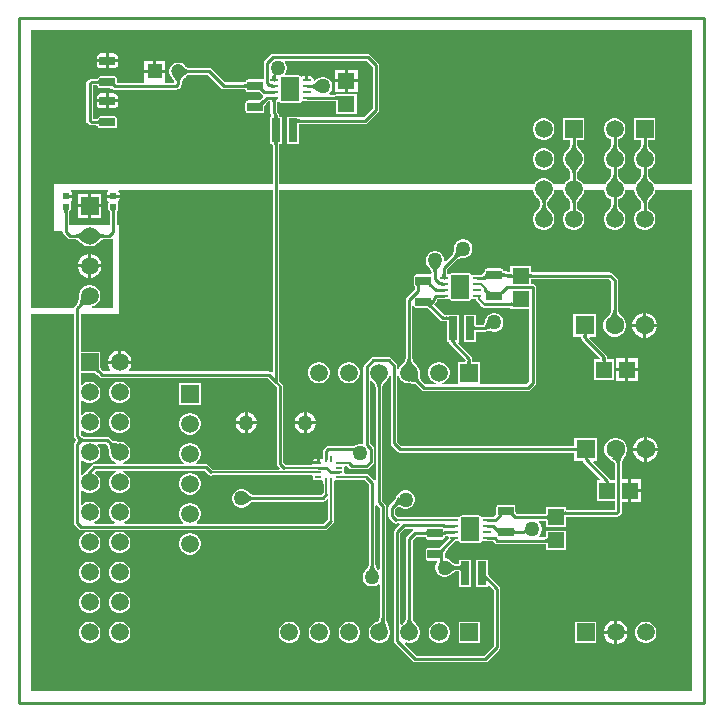
<source format=gtl>
G04*
G04 #@! TF.GenerationSoftware,Altium Limited,Altium Designer,21.8.1 (53)*
G04*
G04 Layer_Physical_Order=1*
G04 Layer_Color=255*
%FSLAX25Y25*%
%MOIN*%
G70*
G04*
G04 #@! TF.SameCoordinates,E4828392-D8D7-4BFE-BCB3-11F9E2D346FD*
G04*
G04*
G04 #@! TF.FilePolarity,Positive*
G04*
G01*
G75*
%ADD10C,0.00984*%
%ADD16C,0.01000*%
%ADD19R,0.02756X0.07874*%
G04:AMPARAMS|DCode=35|XSize=51.18mil|YSize=29.92mil|CornerRadius=3.74mil|HoleSize=0mil|Usage=FLASHONLY|Rotation=180.000|XOffset=0mil|YOffset=0mil|HoleType=Round|Shape=RoundedRectangle|*
%AMROUNDEDRECTD35*
21,1,0.05118,0.02244,0,0,180.0*
21,1,0.04370,0.02992,0,0,180.0*
1,1,0.00748,-0.02185,0.01122*
1,1,0.00748,0.02185,0.01122*
1,1,0.00748,0.02185,-0.01122*
1,1,0.00748,-0.02185,-0.01122*
%
%ADD35ROUNDEDRECTD35*%
%ADD36R,0.05709X0.05315*%
%ADD37R,0.05315X0.05709*%
G04:AMPARAMS|DCode=38|XSize=9.84mil|YSize=23.62mil|CornerRadius=1.97mil|HoleSize=0mil|Usage=FLASHONLY|Rotation=270.000|XOffset=0mil|YOffset=0mil|HoleType=Round|Shape=RoundedRectangle|*
%AMROUNDEDRECTD38*
21,1,0.00984,0.01968,0,0,270.0*
21,1,0.00591,0.02362,0,0,270.0*
1,1,0.00394,-0.00984,-0.00295*
1,1,0.00394,-0.00984,0.00295*
1,1,0.00394,0.00984,0.00295*
1,1,0.00394,0.00984,-0.00295*
%
%ADD38ROUNDEDRECTD38*%
G04:AMPARAMS|DCode=39|XSize=78.74mil|YSize=62.99mil|CornerRadius=1.89mil|HoleSize=0mil|Usage=FLASHONLY|Rotation=270.000|XOffset=0mil|YOffset=0mil|HoleType=Round|Shape=RoundedRectangle|*
%AMROUNDEDRECTD39*
21,1,0.07874,0.05921,0,0,270.0*
21,1,0.07496,0.06299,0,0,270.0*
1,1,0.00378,-0.02961,-0.03748*
1,1,0.00378,-0.02961,0.03748*
1,1,0.00378,0.02961,0.03748*
1,1,0.00378,0.02961,-0.03748*
%
%ADD39ROUNDEDRECTD39*%
G04:AMPARAMS|DCode=40|XSize=21.65mil|YSize=19.68mil|CornerRadius=2.46mil|HoleSize=0mil|Usage=FLASHONLY|Rotation=0.000|XOffset=0mil|YOffset=0mil|HoleType=Round|Shape=RoundedRectangle|*
%AMROUNDEDRECTD40*
21,1,0.02165,0.01476,0,0,0.0*
21,1,0.01673,0.01968,0,0,0.0*
1,1,0.00492,0.00837,-0.00738*
1,1,0.00492,-0.00837,-0.00738*
1,1,0.00492,-0.00837,0.00738*
1,1,0.00492,0.00837,0.00738*
%
%ADD40ROUNDEDRECTD40*%
G04:AMPARAMS|DCode=41|XSize=19.68mil|YSize=8.66mil|CornerRadius=1.08mil|HoleSize=0mil|Usage=FLASHONLY|Rotation=0.000|XOffset=0mil|YOffset=0mil|HoleType=Round|Shape=RoundedRectangle|*
%AMROUNDEDRECTD41*
21,1,0.01968,0.00650,0,0,0.0*
21,1,0.01752,0.00866,0,0,0.0*
1,1,0.00217,0.00876,-0.00325*
1,1,0.00217,-0.00876,-0.00325*
1,1,0.00217,-0.00876,0.00325*
1,1,0.00217,0.00876,0.00325*
%
%ADD41ROUNDEDRECTD41*%
G04:AMPARAMS|DCode=42|XSize=19.68mil|YSize=8.66mil|CornerRadius=1.08mil|HoleSize=0mil|Usage=FLASHONLY|Rotation=90.000|XOffset=0mil|YOffset=0mil|HoleType=Round|Shape=RoundedRectangle|*
%AMROUNDEDRECTD42*
21,1,0.01968,0.00650,0,0,90.0*
21,1,0.01752,0.00866,0,0,90.0*
1,1,0.00217,0.00325,0.00876*
1,1,0.00217,0.00325,-0.00876*
1,1,0.00217,-0.00325,-0.00876*
1,1,0.00217,-0.00325,0.00876*
%
%ADD42ROUNDEDRECTD42*%
%ADD43C,0.00606*%
%ADD44C,0.05906*%
%ADD45R,0.05906X0.05906*%
%ADD46C,0.06299*%
%ADD47R,0.06299X0.06299*%
%ADD48R,0.04724X0.04724*%
%ADD49C,0.04724*%
%ADD50R,0.05906X0.05906*%
%ADD51C,0.01968*%
%ADD52C,0.05000*%
G36*
X55061Y212064D02*
X55495Y211695D01*
X55706Y211545D01*
X55912Y211418D01*
X56113Y211315D01*
X56311Y211234D01*
X56503Y211176D01*
X56692Y211141D01*
X56876Y211130D01*
Y210130D01*
X56692Y210118D01*
X56503Y210084D01*
X56311Y210026D01*
X56113Y209945D01*
X55912Y209841D01*
X55706Y209715D01*
X55495Y209565D01*
X55280Y209392D01*
X54837Y208976D01*
Y212283D01*
X55061Y212064D01*
D02*
G37*
G36*
X85544Y208979D02*
X85559Y208806D01*
X85584Y208653D01*
X85619Y208521D01*
X85663Y208409D01*
X85718Y208318D01*
X85782Y208246D01*
X85856Y208195D01*
X85941Y208165D01*
X86035Y208155D01*
X84044D01*
X84138Y208165D01*
X84222Y208195D01*
X84297Y208246D01*
X84361Y208318D01*
X84415Y208409D01*
X84460Y208521D01*
X84495Y208653D01*
X84519Y208806D01*
X84534Y208979D01*
X84539Y209172D01*
X85539D01*
X85544Y208979D01*
D02*
G37*
G36*
X54584Y208719D02*
X54215Y208284D01*
X54065Y208074D01*
X53938Y207868D01*
X53834Y207666D01*
X53754Y207469D01*
X53696Y207276D01*
X53661Y207088D01*
X53650Y206904D01*
X52650D01*
X52638Y207088D01*
X52604Y207276D01*
X52546Y207469D01*
X52465Y207666D01*
X52361Y207868D01*
X52234Y208074D01*
X52084Y208284D01*
X51911Y208500D01*
X51496Y208943D01*
X54803D01*
X54584Y208719D01*
D02*
G37*
G36*
X26985Y206087D02*
X26975Y206182D01*
X26945Y206267D01*
X26894Y206342D01*
X26823Y206407D01*
X26732Y206462D01*
X26621Y206507D01*
X26489Y206542D01*
X26338Y206567D01*
X26166Y206582D01*
X25973Y206587D01*
Y207587D01*
X26166Y207592D01*
X26338Y207607D01*
X26489Y207632D01*
X26621Y207667D01*
X26732Y207712D01*
X26823Y207767D01*
X26894Y207832D01*
X26945Y207907D01*
X26975Y207992D01*
X26985Y208087D01*
Y206087D01*
D02*
G37*
G36*
X32051Y206614D02*
X32059Y206529D01*
X32093Y206454D01*
X32155Y206389D01*
X32242Y206334D01*
X32357Y206289D01*
X32498Y206254D01*
X32666Y206229D01*
X32860Y206214D01*
X33082Y206209D01*
X32977Y205209D01*
X32387Y205212D01*
X31056Y205305D01*
X30981Y205348D01*
X31010Y205398D01*
X31141Y205456D01*
X31375Y205522D01*
X31712Y205596D01*
X32070Y206709D01*
X32051Y206614D01*
D02*
G37*
G36*
X76198Y204866D02*
X76188Y204961D01*
X76157Y205046D01*
X76107Y205121D01*
X76036Y205186D01*
X75945Y205241D01*
X75834Y205286D01*
X75702Y205321D01*
X75550Y205346D01*
X75378Y205361D01*
X75186Y205366D01*
Y206366D01*
X75378Y206371D01*
X75550Y206386D01*
X75702Y206411D01*
X75834Y206446D01*
X75945Y206491D01*
X76036Y206546D01*
X76107Y206611D01*
X76157Y206686D01*
X76188Y206771D01*
X76198Y206866D01*
Y204866D01*
D02*
G37*
G36*
X99593Y203959D02*
X99350Y204196D01*
X98883Y204596D01*
X98658Y204759D01*
X98439Y204896D01*
X98225Y205009D01*
X98018Y205096D01*
X97816Y205159D01*
X97619Y205196D01*
X97428Y205209D01*
X97429Y206209D01*
X97619Y206221D01*
X97816Y206259D01*
X98018Y206321D01*
X98225Y206409D01*
X98439Y206521D01*
X98658Y206659D01*
X98883Y206821D01*
X99114Y207009D01*
X99593Y207459D01*
X99593Y203959D01*
D02*
G37*
G36*
X81227Y205713D02*
X81200Y205621D01*
X81201Y205516D01*
X81230Y205396D01*
X81288Y205262D01*
X81374Y205113D01*
X81489Y204950D01*
X81631Y204773D01*
X82001Y204375D01*
X81294Y203668D01*
X81088Y203867D01*
X80719Y204181D01*
X80556Y204295D01*
X80407Y204381D01*
X80273Y204439D01*
X80153Y204468D01*
X80048Y204469D01*
X79957Y204442D01*
X79880Y204387D01*
X81282Y205789D01*
X81227Y205713D01*
D02*
G37*
G36*
X106422Y200772D02*
X106411Y200867D01*
X106380Y200952D01*
X106329Y201027D01*
X106258Y201092D01*
X106167Y201147D01*
X106056Y201192D01*
X105924Y201227D01*
X105773Y201252D01*
X105601Y201267D01*
X105410Y201272D01*
Y202272D01*
X105600Y202274D01*
X106160Y202316D01*
X106250Y202335D01*
X106320Y202358D01*
X106370Y202385D01*
X106400Y202415D01*
X106410Y202449D01*
X106422Y200772D01*
D02*
G37*
G36*
X85941Y201284D02*
X85856Y201253D01*
X85782Y201202D01*
X85718Y201131D01*
X85663Y201040D01*
X85619Y200928D01*
X85584Y200795D01*
X85559Y200643D01*
X85544Y200470D01*
X85539Y200276D01*
X84539D01*
X84534Y200470D01*
X84519Y200643D01*
X84495Y200795D01*
X84460Y200928D01*
X84415Y201040D01*
X84361Y201131D01*
X84297Y201202D01*
X84222Y201253D01*
X84138Y201284D01*
X84044Y201294D01*
X86035D01*
X85941Y201284D01*
D02*
G37*
G36*
X82001Y200310D02*
X81802Y200104D01*
X81489Y199735D01*
X81374Y199572D01*
X81288Y199423D01*
X81230Y199289D01*
X81201Y199169D01*
X81200Y199064D01*
X81227Y198972D01*
X81282Y198896D01*
X79880Y200298D01*
X79957Y200243D01*
X80048Y200216D01*
X80153Y200217D01*
X80273Y200246D01*
X80407Y200304D01*
X80556Y200390D01*
X80719Y200504D01*
X80896Y200647D01*
X81294Y201017D01*
X82001Y200310D01*
D02*
G37*
G36*
X224410Y173228D02*
X211718D01*
X211504Y173599D01*
X211239Y173865D01*
X211191Y173982D01*
X210907Y174270D01*
X210435Y174811D01*
X210258Y175048D01*
X210109Y175274D01*
X209993Y175482D01*
X209908Y175670D01*
X209852Y175836D01*
X209822Y175978D01*
X209809Y176147D01*
X209783Y176199D01*
Y178040D01*
X210033Y178107D01*
X210843Y178574D01*
X211504Y179236D01*
X211972Y180046D01*
X212214Y180950D01*
Y181885D01*
X211972Y182789D01*
X211504Y183599D01*
X211239Y183865D01*
X211191Y183982D01*
X210907Y184270D01*
X210435Y184811D01*
X210258Y185048D01*
X210109Y185274D01*
X209993Y185482D01*
X209908Y185670D01*
X209852Y185836D01*
X209822Y185978D01*
X209809Y186147D01*
X209783Y186199D01*
Y187865D01*
X212214D01*
Y194970D01*
X205109D01*
Y187865D01*
X207540D01*
Y186199D01*
X207514Y186147D01*
X207501Y185978D01*
X207471Y185836D01*
X207415Y185670D01*
X207330Y185482D01*
X207214Y185274D01*
X207066Y185048D01*
X206888Y184811D01*
X206416Y184270D01*
X206132Y183982D01*
X206084Y183865D01*
X205819Y183599D01*
X205351Y182789D01*
X205109Y181885D01*
Y180950D01*
X205351Y180046D01*
X205819Y179236D01*
X206480Y178574D01*
X207290Y178107D01*
X207540Y178040D01*
Y176199D01*
X207514Y176147D01*
X207501Y175978D01*
X207471Y175836D01*
X207415Y175670D01*
X207330Y175482D01*
X207214Y175274D01*
X207066Y175048D01*
X206888Y174811D01*
X206416Y174270D01*
X206132Y173982D01*
X206084Y173865D01*
X205819Y173599D01*
X205605Y173228D01*
X201718D01*
X201504Y173599D01*
X201239Y173865D01*
X201191Y173982D01*
X200907Y174270D01*
X200435Y174811D01*
X200257Y175048D01*
X200109Y175274D01*
X199993Y175482D01*
X199908Y175670D01*
X199852Y175836D01*
X199822Y175978D01*
X199809Y176147D01*
X199783Y176199D01*
Y178040D01*
X200033Y178107D01*
X200843Y178574D01*
X201504Y179236D01*
X201972Y180046D01*
X202214Y180950D01*
Y181885D01*
X201972Y182789D01*
X201504Y183599D01*
X201239Y183865D01*
X201191Y183982D01*
X200907Y184270D01*
X200435Y184811D01*
X200257Y185048D01*
X200109Y185274D01*
X199993Y185482D01*
X199908Y185670D01*
X199852Y185836D01*
X199822Y185978D01*
X199809Y186147D01*
X199783Y186199D01*
Y188040D01*
X200033Y188107D01*
X200843Y188574D01*
X201504Y189236D01*
X201972Y190046D01*
X202214Y190950D01*
Y191885D01*
X201972Y192789D01*
X201504Y193599D01*
X200843Y194260D01*
X200033Y194728D01*
X199129Y194970D01*
X198194D01*
X197290Y194728D01*
X196480Y194260D01*
X195819Y193599D01*
X195351Y192789D01*
X195109Y191885D01*
Y190950D01*
X195351Y190046D01*
X195819Y189236D01*
X196480Y188574D01*
X197290Y188107D01*
X197540Y188040D01*
Y186199D01*
X197514Y186147D01*
X197501Y185978D01*
X197471Y185836D01*
X197415Y185670D01*
X197330Y185482D01*
X197214Y185274D01*
X197065Y185048D01*
X196888Y184811D01*
X196416Y184270D01*
X196132Y183982D01*
X196084Y183865D01*
X195819Y183599D01*
X195351Y182789D01*
X195109Y181885D01*
Y180950D01*
X195351Y180046D01*
X195819Y179236D01*
X196480Y178574D01*
X197290Y178107D01*
X197540Y178040D01*
Y176199D01*
X197514Y176147D01*
X197501Y175978D01*
X197471Y175836D01*
X197415Y175670D01*
X197330Y175482D01*
X197214Y175274D01*
X197065Y175048D01*
X196888Y174811D01*
X196416Y174270D01*
X196132Y173982D01*
X196084Y173865D01*
X195819Y173599D01*
X195605Y173228D01*
X188096D01*
X187882Y173599D01*
X187221Y174260D01*
X186411Y174728D01*
X186161Y174795D01*
Y176636D01*
X186187Y176688D01*
X186199Y176857D01*
X186230Y176999D01*
X186285Y177165D01*
X186370Y177352D01*
X186487Y177560D01*
X186635Y177787D01*
X186812Y178023D01*
X187285Y178565D01*
X187569Y178853D01*
X187616Y178970D01*
X187882Y179236D01*
X188350Y180046D01*
X188592Y180950D01*
Y181885D01*
X188350Y182789D01*
X187882Y183599D01*
X187616Y183865D01*
X187569Y183982D01*
X187285Y184270D01*
X186812Y184811D01*
X186635Y185048D01*
X186487Y185274D01*
X186370Y185482D01*
X186285Y185670D01*
X186230Y185836D01*
X186199Y185978D01*
X186187Y186147D01*
X186161Y186199D01*
Y187865D01*
X188592D01*
Y194970D01*
X181487D01*
Y187865D01*
X183918D01*
Y186199D01*
X183892Y186147D01*
X183879Y185978D01*
X183849Y185836D01*
X183793Y185670D01*
X183708Y185482D01*
X183592Y185274D01*
X183443Y185048D01*
X183266Y184811D01*
X182794Y184270D01*
X182510Y183982D01*
X182462Y183865D01*
X182196Y183599D01*
X181729Y182789D01*
X181487Y181885D01*
Y180950D01*
X181729Y180046D01*
X182196Y179236D01*
X182462Y178970D01*
X182510Y178853D01*
X182794Y178565D01*
X183266Y178023D01*
X183443Y177787D01*
X183592Y177560D01*
X183708Y177352D01*
X183793Y177164D01*
X183849Y176999D01*
X183879Y176857D01*
X183892Y176688D01*
X183918Y176636D01*
Y174795D01*
X183668Y174728D01*
X182858Y174260D01*
X182196Y173599D01*
X181983Y173228D01*
X178096D01*
X177882Y173599D01*
X177221Y174260D01*
X176411Y174728D01*
X175507Y174970D01*
X174572D01*
X173668Y174728D01*
X172858Y174260D01*
X172196Y173599D01*
X171983Y173228D01*
X86850D01*
Y185941D01*
X86878Y186003D01*
X86882Y186175D01*
X86893Y186303D01*
X86909Y186399D01*
X86911Y186408D01*
X87706D01*
Y195482D01*
X86913D01*
X86909Y195498D01*
X86893Y195592D01*
X86882Y195717D01*
X86878Y195887D01*
X86850Y195949D01*
Y196006D01*
X86765Y196435D01*
X86521Y196799D01*
X86521Y196799D01*
X86161Y197160D01*
Y200198D01*
X86189Y200260D01*
X86189Y200279D01*
X86389Y200490D01*
X86692Y200531D01*
X86956Y200505D01*
X87022Y200408D01*
X87283Y200233D01*
X87590Y200172D01*
X93512D01*
X93820Y200233D01*
X94081Y200408D01*
X94183Y200561D01*
X94288Y200672D01*
X94766Y200726D01*
X94776Y200724D01*
X95079Y200664D01*
X95993D01*
X96063Y200650D01*
X105331D01*
X105393Y200623D01*
X105564Y200618D01*
X105692Y200607D01*
X105788Y200591D01*
X105798Y200588D01*
Y196546D01*
X112706D01*
Y203061D01*
X106608D01*
X106595Y203071D01*
X106497Y203061D01*
X106405Y203098D01*
X106316Y203061D01*
X105798D01*
Y202940D01*
X105572Y202923D01*
X105404Y202921D01*
X105338Y202893D01*
X103654D01*
X103447Y203393D01*
X103859Y203805D01*
X104267Y204512D01*
X104478Y205300D01*
Y206117D01*
X104267Y206905D01*
X103859Y207612D01*
X103281Y208189D01*
X102575Y208597D01*
X101786Y208809D01*
X100970D01*
X100181Y208597D01*
X99475Y208189D01*
X99259Y207974D01*
X99148Y207932D01*
X98767Y207574D01*
X98490Y207640D01*
X98267Y207802D01*
Y207972D01*
X98175Y208439D01*
X97910Y208835D01*
X97514Y209100D01*
X97047Y209193D01*
X96563D01*
Y207677D01*
X95563D01*
Y209193D01*
X95079D01*
X94612Y209100D01*
X94217Y208836D01*
X94081Y209041D01*
X93820Y209216D01*
X93512Y209277D01*
X88966D01*
X88775Y209739D01*
X88839Y209803D01*
X89247Y210510D01*
X89458Y211298D01*
Y212114D01*
X89247Y212903D01*
X88839Y213610D01*
X88708Y213740D01*
X88915Y214240D01*
X115867D01*
X117973Y212134D01*
Y198299D01*
X115002Y195328D01*
X93879D01*
X93815Y195356D01*
X93472Y195362D01*
X93415Y195366D01*
Y195482D01*
X92896D01*
X92808Y195519D01*
X92716Y195482D01*
X92681D01*
X92604Y195488D01*
X92597Y195482D01*
X89459D01*
Y186408D01*
X93415D01*
Y193023D01*
X93425Y193026D01*
X93521Y193042D01*
X93648Y193053D01*
X93820Y193057D01*
X93882Y193085D01*
X115466D01*
X115466Y193085D01*
X115895Y193170D01*
X116259Y193413D01*
X119887Y197042D01*
X119888Y197042D01*
X120131Y197405D01*
X120216Y197835D01*
Y212598D01*
X120216Y212598D01*
X120131Y213028D01*
X119888Y213391D01*
X119887Y213391D01*
X117124Y216155D01*
X116760Y216398D01*
X116331Y216483D01*
X116331Y216483D01*
X84606D01*
X84606Y216483D01*
X84177Y216398D01*
X83813Y216155D01*
X83813Y216155D01*
X81965Y214307D01*
X81722Y213943D01*
X81637Y213514D01*
X81637Y213513D01*
Y208285D01*
X81553Y208189D01*
X81137Y207939D01*
X80925Y207981D01*
X76555D01*
X76175Y207906D01*
X75853Y207690D01*
X75638Y207368D01*
X75574Y207049D01*
X75565Y207047D01*
X75469Y207031D01*
X75341Y207020D01*
X75169Y207015D01*
X75107Y206988D01*
X68735D01*
X64299Y211423D01*
X63936Y211666D01*
X63506Y211752D01*
X63506Y211752D01*
X56971D01*
X56916Y211778D01*
X56771Y211787D01*
X56656Y211808D01*
X56527Y211847D01*
X56386Y211905D01*
X56231Y211984D01*
X56065Y212087D01*
X55894Y212208D01*
X55498Y212544D01*
X55291Y212748D01*
X55174Y212794D01*
X54969Y213000D01*
X54293Y213390D01*
X53540Y213592D01*
X52760D01*
X52006Y213390D01*
X51331Y213000D01*
X50779Y212449D01*
X50389Y211773D01*
X50187Y211020D01*
Y210240D01*
X50389Y209487D01*
X50779Y208811D01*
X50980Y208610D01*
X51022Y208499D01*
X51421Y208073D01*
X51567Y207892D01*
X51693Y207715D01*
X51795Y207549D01*
X51875Y207394D01*
X51901Y207330D01*
X51798Y207074D01*
X51680Y206918D01*
X51615Y206871D01*
X51503Y206830D01*
X48789D01*
X48638Y207268D01*
X48638Y207330D01*
Y210130D01*
X41913D01*
Y207330D01*
X41913Y207268D01*
X41762Y206830D01*
X33194D01*
X33149Y206855D01*
X32706Y207103D01*
Y208209D01*
X32630Y208589D01*
X32415Y208911D01*
X32093Y209126D01*
X31712Y209202D01*
X27343D01*
X26962Y209126D01*
X26640Y208911D01*
X26425Y208589D01*
X26362Y208270D01*
X26353Y208267D01*
X26257Y208252D01*
X26129Y208240D01*
X25956Y208236D01*
X25894Y208208D01*
X24208D01*
X23779Y208123D01*
X23415Y207880D01*
X23415Y207880D01*
X22829Y207294D01*
X22586Y206930D01*
X22501Y206501D01*
X22501Y206501D01*
Y194326D01*
X22501Y194326D01*
X22586Y193897D01*
X22829Y193533D01*
X23415Y192947D01*
X23415Y192947D01*
X23779Y192704D01*
X24208Y192619D01*
X25894D01*
X25956Y192591D01*
X26129Y192586D01*
X26257Y192575D01*
X26353Y192559D01*
X26362Y192557D01*
X26425Y192238D01*
X26640Y191916D01*
X26962Y191701D01*
X27343Y191625D01*
X31712D01*
X32093Y191701D01*
X32415Y191916D01*
X32630Y192238D01*
X32706Y192618D01*
Y194862D01*
X32630Y195242D01*
X32415Y195564D01*
X32093Y195780D01*
X31712Y195855D01*
X27343D01*
X26962Y195780D01*
X26640Y195564D01*
X26425Y195242D01*
X26362Y194923D01*
X26353Y194921D01*
X26257Y194905D01*
X26129Y194894D01*
X25956Y194889D01*
X25894Y194862D01*
X24744D01*
Y205965D01*
X25894D01*
X25956Y205938D01*
X26129Y205933D01*
X26257Y205922D01*
X26353Y205906D01*
X26362Y205904D01*
X26425Y205585D01*
X26640Y205262D01*
X26962Y205047D01*
X27343Y204972D01*
X30514D01*
X30551Y204924D01*
X30566Y204879D01*
X30598Y204863D01*
X30661Y204783D01*
X30735Y204741D01*
X30880Y204723D01*
X31011Y204658D01*
X31941Y204593D01*
X31969Y204587D01*
X32020D01*
X32341Y204565D01*
X32362Y204572D01*
X32382Y204563D01*
X32973Y204559D01*
X33041Y204587D01*
X52564D01*
X52564Y204587D01*
X52993Y204673D01*
X53357Y204916D01*
X53943Y205501D01*
X53943Y205501D01*
X54186Y205865D01*
X54271Y206294D01*
Y206809D01*
X54298Y206863D01*
X54307Y207009D01*
X54328Y207124D01*
X54367Y207252D01*
X54425Y207394D01*
X54504Y207549D01*
X54607Y207715D01*
X54728Y207885D01*
X55064Y208281D01*
X55267Y208489D01*
X55272Y208499D01*
X55281Y208502D01*
X55706Y208901D01*
X55887Y209047D01*
X56065Y209173D01*
X56231Y209275D01*
X56386Y209355D01*
X56527Y209413D01*
X56656Y209451D01*
X56771Y209473D01*
X56916Y209482D01*
X56971Y209508D01*
X63042D01*
X67477Y205073D01*
X67841Y204830D01*
X68270Y204745D01*
X68270Y204745D01*
X75107D01*
X75169Y204717D01*
X75341Y204712D01*
X75469Y204701D01*
X75565Y204685D01*
X75574Y204683D01*
X75638Y204364D01*
X75853Y204042D01*
X76175Y203827D01*
X76555Y203751D01*
X79768D01*
X79777Y203746D01*
X79798Y203751D01*
X79848D01*
X79880Y203737D01*
X79913Y203751D01*
X80199D01*
X80206Y203747D01*
X80321Y203666D01*
X80652Y203385D01*
X80843Y203201D01*
X80908Y203175D01*
X81136Y202947D01*
X81136Y202947D01*
X81437Y202746D01*
X81526Y202525D01*
X81577Y202179D01*
X80914Y201516D01*
X80852Y201493D01*
X80471Y201138D01*
X80329Y201024D01*
X80206Y200938D01*
X80199Y200934D01*
X79913D01*
X79880Y200947D01*
X79848Y200934D01*
X79798D01*
X79777Y200939D01*
X79768Y200934D01*
X76555D01*
X76175Y200858D01*
X75853Y200643D01*
X75638Y200321D01*
X75562Y199941D01*
Y197697D01*
X75638Y197317D01*
X75853Y196995D01*
X76175Y196779D01*
X76555Y196704D01*
X80925D01*
X81305Y196779D01*
X81627Y196995D01*
X81843Y197317D01*
X81918Y197697D01*
Y198784D01*
X81923Y198792D01*
X81918Y198814D01*
Y198863D01*
X81932Y198896D01*
X81918Y198928D01*
Y199215D01*
X81922Y199222D01*
X82003Y199337D01*
X82284Y199668D01*
X82468Y199859D01*
X82494Y199924D01*
X83213Y200642D01*
X83862D01*
X83874Y200563D01*
X83886Y200434D01*
X83890Y200260D01*
X83918Y200198D01*
Y196695D01*
X83918Y196695D01*
X84003Y196266D01*
X84193Y195982D01*
X84109Y195702D01*
X83960Y195482D01*
X83750D01*
Y186408D01*
X84545D01*
X84548Y186399D01*
X84563Y186303D01*
X84575Y186175D01*
X84579Y186003D01*
X84607Y185941D01*
Y173228D01*
X11811D01*
Y157480D01*
X14302D01*
X14627Y157106D01*
X14712Y156677D01*
X14955Y156313D01*
X16235Y155034D01*
X16235Y155034D01*
X16599Y154790D01*
X17028Y154705D01*
X17028Y154705D01*
X18841D01*
X18892Y154679D01*
X19061Y154667D01*
X19204Y154637D01*
X19369Y154581D01*
X19557Y154496D01*
X19765Y154379D01*
X19991Y154231D01*
X20228Y154054D01*
X20769Y153581D01*
X21058Y153297D01*
X21175Y153250D01*
X21441Y152984D01*
X22251Y152516D01*
X23154Y152274D01*
X24090D01*
X24993Y152516D01*
X25804Y152984D01*
X26069Y153250D01*
X26187Y153297D01*
X26475Y153581D01*
X27016Y154053D01*
X27253Y154231D01*
X27479Y154379D01*
X27687Y154496D01*
X27875Y154581D01*
X28041Y154637D01*
X28183Y154667D01*
X28352Y154679D01*
X28404Y154705D01*
X30216D01*
X30217Y154705D01*
X30646Y154790D01*
X30996Y155025D01*
X31215Y154983D01*
X31496Y154867D01*
Y131890D01*
X24588D01*
X24522Y132390D01*
X24993Y132516D01*
X25804Y132984D01*
X26465Y133645D01*
X26933Y134455D01*
X27175Y135359D01*
Y136294D01*
X26933Y137198D01*
X26465Y138008D01*
X25804Y138670D01*
X24993Y139137D01*
X24090Y139379D01*
X23154D01*
X22251Y139137D01*
X21441Y138670D01*
X20779Y138008D01*
X20312Y137198D01*
X20069Y136294D01*
Y135918D01*
X20020Y135802D01*
X20017Y135398D01*
X19968Y134681D01*
X19926Y134388D01*
X19871Y134123D01*
X19806Y133893D01*
X19734Y133701D01*
X19656Y133544D01*
X19577Y133422D01*
X19466Y133294D01*
X19448Y133239D01*
X18713Y132504D01*
X18470Y132140D01*
X18420Y131890D01*
X3937D01*
Y224410D01*
X224410D01*
Y173228D01*
D02*
G37*
G36*
X86233Y195680D02*
X86248Y195510D01*
X86273Y195360D01*
X86308Y195230D01*
X86353Y195120D01*
X86408Y195030D01*
X86473Y194960D01*
X86548Y194910D01*
X86633Y194880D01*
X86728Y194870D01*
X84728D01*
X84823Y194880D01*
X84908Y194910D01*
X84983Y194960D01*
X85048Y195030D01*
X85103Y195120D01*
X85148Y195230D01*
X85183Y195360D01*
X85208Y195510D01*
X85223Y195680D01*
X85228Y195870D01*
X86228D01*
X86233Y195680D01*
D02*
G37*
G36*
X92813Y194839D02*
X92843Y194811D01*
X92893Y194787D01*
X92963Y194765D01*
X93053Y194747D01*
X93163Y194732D01*
X93443Y194713D01*
X93803Y194706D01*
Y193706D01*
X93611Y193701D01*
X93440Y193686D01*
X93288Y193661D01*
X93157Y193626D01*
X93046Y193581D01*
X92955Y193526D01*
X92884Y193461D01*
X92833Y193386D01*
X92802Y193301D01*
X92791Y193206D01*
X92803Y194870D01*
X92813Y194839D01*
D02*
G37*
G36*
X26985Y192740D02*
X26975Y192835D01*
X26945Y192920D01*
X26894Y192995D01*
X26823Y193060D01*
X26732Y193115D01*
X26621Y193160D01*
X26489Y193195D01*
X26338Y193220D01*
X26166Y193235D01*
X25973Y193240D01*
Y194240D01*
X26166Y194245D01*
X26338Y194260D01*
X26489Y194285D01*
X26621Y194320D01*
X26732Y194365D01*
X26823Y194420D01*
X26894Y194485D01*
X26945Y194560D01*
X26975Y194645D01*
X26985Y194740D01*
Y192740D01*
D02*
G37*
G36*
X86633Y187022D02*
X86548Y186991D01*
X86473Y186941D01*
X86408Y186870D01*
X86353Y186779D01*
X86308Y186668D01*
X86273Y186536D01*
X86248Y186384D01*
X86233Y186212D01*
X86228Y186020D01*
X85228D01*
X85223Y186212D01*
X85208Y186384D01*
X85183Y186536D01*
X85148Y186668D01*
X85103Y186779D01*
X85048Y186870D01*
X84983Y186941D01*
X84908Y186991D01*
X84823Y187022D01*
X84728Y187032D01*
X86728D01*
X86633Y187022D01*
D02*
G37*
G36*
X209177Y185887D02*
X209224Y185664D01*
X209302Y185432D01*
X209412Y185189D01*
X209553Y184937D01*
X209726Y184675D01*
X209929Y184403D01*
X210431Y183828D01*
X210728Y183526D01*
X206595D01*
X206892Y183828D01*
X207394Y184403D01*
X207597Y184675D01*
X207770Y184937D01*
X207911Y185189D01*
X208020Y185432D01*
X208099Y185664D01*
X208146Y185887D01*
X208161Y186099D01*
X209161D01*
X209177Y185887D01*
D02*
G37*
G36*
X199177D02*
X199224Y185664D01*
X199302Y185432D01*
X199412Y185189D01*
X199553Y184937D01*
X199726Y184675D01*
X199929Y184403D01*
X200431Y183828D01*
X200728Y183526D01*
X196595D01*
X196892Y183828D01*
X197394Y184403D01*
X197597Y184675D01*
X197770Y184937D01*
X197911Y185189D01*
X198021Y185432D01*
X198099Y185664D01*
X198146Y185887D01*
X198161Y186099D01*
X199162D01*
X199177Y185887D01*
D02*
G37*
G36*
X185555D02*
X185602Y185664D01*
X185680Y185432D01*
X185790Y185189D01*
X185931Y184937D01*
X186103Y184675D01*
X186307Y184403D01*
X186809Y183828D01*
X187106Y183526D01*
X182972D01*
X183270Y183828D01*
X183772Y184403D01*
X183975Y184675D01*
X184148Y184937D01*
X184289Y185189D01*
X184398Y185432D01*
X184477Y185664D01*
X184524Y185887D01*
X184539Y186099D01*
X185539D01*
X185555Y185887D01*
D02*
G37*
G36*
X186809Y179006D02*
X186307Y178432D01*
X186103Y178160D01*
X185931Y177897D01*
X185790Y177645D01*
X185680Y177403D01*
X185602Y177170D01*
X185555Y176948D01*
X185539Y176735D01*
X184539D01*
X184524Y176948D01*
X184477Y177170D01*
X184398Y177403D01*
X184289Y177645D01*
X184148Y177897D01*
X183975Y178160D01*
X183772Y178432D01*
X183270Y179006D01*
X182972Y179309D01*
X187106D01*
X186809Y179006D01*
D02*
G37*
G36*
X209177Y175887D02*
X209224Y175664D01*
X209302Y175432D01*
X209412Y175189D01*
X209553Y174937D01*
X209726Y174675D01*
X209929Y174403D01*
X210431Y173828D01*
X210728Y173526D01*
X206595D01*
X206892Y173828D01*
X207394Y174403D01*
X207597Y174675D01*
X207770Y174937D01*
X207911Y175189D01*
X208020Y175432D01*
X208099Y175664D01*
X208146Y175887D01*
X208161Y176099D01*
X209161D01*
X209177Y175887D01*
D02*
G37*
G36*
X199177D02*
X199224Y175664D01*
X199302Y175432D01*
X199412Y175189D01*
X199553Y174937D01*
X199726Y174675D01*
X199929Y174403D01*
X200431Y173828D01*
X200728Y173526D01*
X196595D01*
X196892Y173828D01*
X197394Y174403D01*
X197597Y174675D01*
X197770Y174937D01*
X197911Y175189D01*
X198021Y175432D01*
X198099Y175664D01*
X198146Y175887D01*
X198161Y176099D01*
X199162D01*
X199177Y175887D01*
D02*
G37*
G36*
X84607Y110489D02*
X84367Y110389D01*
X84107Y110328D01*
X83785Y110543D01*
X83356Y110628D01*
X83356Y110628D01*
X36871D01*
X36680Y111090D01*
X36785Y111195D01*
X37306Y112096D01*
X37575Y113102D01*
Y113122D01*
X33622D01*
X29669D01*
Y113102D01*
X29939Y112096D01*
X30459Y111195D01*
X30564Y111090D01*
X30373Y110628D01*
X28203D01*
X27769Y111062D01*
X27746Y111123D01*
X27395Y111502D01*
X27282Y111643D01*
X27197Y111764D01*
X27175Y111803D01*
Y112005D01*
X27212Y112096D01*
X27192Y112145D01*
X27204Y112197D01*
X27175Y112245D01*
Y117175D01*
X20628D01*
Y129921D01*
X33465D01*
Y159449D01*
X32610D01*
Y163497D01*
X32638Y163559D01*
X32642Y163742D01*
X32653Y163880D01*
X32669Y163986D01*
X32680Y164027D01*
X32836Y164131D01*
X32935Y164173D01*
X32950Y164209D01*
X32984Y164228D01*
X33003Y164293D01*
X33130Y164483D01*
X33195Y164813D01*
Y166289D01*
X33130Y166619D01*
X33039Y166755D01*
X33078Y167270D01*
X33119Y167383D01*
X33231Y167458D01*
X33507Y167870D01*
X33603Y168356D01*
Y168595D01*
X29389D01*
Y168356D01*
X29486Y167870D01*
X29761Y167458D01*
X29873Y167383D01*
X29914Y167270D01*
X29953Y166755D01*
X29862Y166619D01*
X29797Y166289D01*
Y164813D01*
X29862Y164483D01*
X29989Y164293D01*
X30008Y164228D01*
X30042Y164209D01*
X30057Y164173D01*
X30156Y164131D01*
X30312Y164027D01*
X30323Y163986D01*
X30339Y163880D01*
X30350Y163742D01*
X30355Y163559D01*
X30383Y163497D01*
Y159449D01*
X16862D01*
Y163497D01*
X16890Y163559D01*
X16894Y163742D01*
X16905Y163880D01*
X16921Y163986D01*
X16932Y164027D01*
X17088Y164131D01*
X17187Y164173D01*
X17202Y164209D01*
X17236Y164228D01*
X17255Y164293D01*
X17382Y164483D01*
X17447Y164813D01*
Y166289D01*
X17382Y166619D01*
X17291Y166755D01*
X17330Y167270D01*
X17371Y167383D01*
X17483Y167458D01*
X17759Y167870D01*
X17855Y168356D01*
Y168595D01*
X15748D01*
Y169595D01*
X17855D01*
Y169833D01*
X17759Y170319D01*
X17483Y170731D01*
X17440Y170760D01*
X17592Y171260D01*
X29653D01*
X29804Y170760D01*
X29761Y170731D01*
X29486Y170319D01*
X29389Y169833D01*
Y169595D01*
X33603D01*
Y169833D01*
X33507Y170319D01*
X33231Y170731D01*
X33188Y170760D01*
X33340Y171260D01*
X84607D01*
Y110489D01*
D02*
G37*
G36*
X210431Y169006D02*
X209929Y168432D01*
X209726Y168160D01*
X209553Y167897D01*
X209412Y167645D01*
X209302Y167403D01*
X209224Y167170D01*
X209177Y166948D01*
X209161Y166735D01*
X208161D01*
X208146Y166948D01*
X208099Y167170D01*
X208020Y167403D01*
X207911Y167645D01*
X207770Y167897D01*
X207597Y168160D01*
X207394Y168432D01*
X206892Y169006D01*
X206595Y169309D01*
X210728D01*
X210431Y169006D01*
D02*
G37*
G36*
X186809D02*
X186307Y168432D01*
X186103Y168160D01*
X185931Y167897D01*
X185790Y167645D01*
X185680Y167403D01*
X185602Y167170D01*
X185555Y166948D01*
X185539Y166735D01*
X184539D01*
X184524Y166948D01*
X184477Y167170D01*
X184398Y167403D01*
X184289Y167645D01*
X184148Y167897D01*
X183975Y168160D01*
X183772Y168432D01*
X183270Y169006D01*
X182972Y169309D01*
X187106D01*
X186809Y169006D01*
D02*
G37*
G36*
X176809D02*
X176307Y168432D01*
X176103Y168160D01*
X175931Y167897D01*
X175790Y167645D01*
X175680Y167403D01*
X175602Y167170D01*
X175555Y166948D01*
X175539Y166735D01*
X174539D01*
X174524Y166948D01*
X174477Y167170D01*
X174398Y167403D01*
X174289Y167645D01*
X174148Y167897D01*
X173975Y168160D01*
X173772Y168432D01*
X173270Y169006D01*
X172972Y169309D01*
X177106D01*
X176809Y169006D01*
D02*
G37*
G36*
X32383Y164621D02*
X32300Y164590D01*
X32227Y164537D01*
X32164Y164463D01*
X32110Y164368D01*
X32066Y164251D01*
X32032Y164114D01*
X32008Y163956D01*
X31993Y163776D01*
X31988Y163575D01*
X31004D01*
X30999Y163776D01*
X30985Y163956D01*
X30960Y164114D01*
X30926Y164251D01*
X30882Y164368D01*
X30828Y164463D01*
X30765Y164537D01*
X30692Y164590D01*
X30609Y164621D01*
X30516Y164632D01*
X32476D01*
X32383Y164621D01*
D02*
G37*
G36*
X16635D02*
X16552Y164590D01*
X16479Y164537D01*
X16416Y164463D01*
X16362Y164368D01*
X16318Y164251D01*
X16284Y164114D01*
X16260Y163956D01*
X16245Y163776D01*
X16240Y163575D01*
X15256D01*
X15251Y163776D01*
X15236Y163956D01*
X15212Y164114D01*
X15178Y164251D01*
X15134Y164368D01*
X15080Y164463D01*
X15017Y164537D01*
X14944Y164590D01*
X14861Y164621D01*
X14768Y164632D01*
X16728D01*
X16635Y164621D01*
D02*
G37*
G36*
X199177Y165887D02*
X199224Y165664D01*
X199302Y165432D01*
X199412Y165190D01*
X199553Y164937D01*
X199726Y164675D01*
X199929Y164403D01*
X200431Y163828D01*
X200728Y163526D01*
X196595D01*
X196892Y163828D01*
X197394Y164403D01*
X197597Y164675D01*
X197770Y164937D01*
X197911Y165190D01*
X198021Y165432D01*
X198099Y165664D01*
X198146Y165887D01*
X198161Y166099D01*
X199162D01*
X199177Y165887D01*
D02*
G37*
G36*
X175555D02*
X175602Y165664D01*
X175680Y165432D01*
X175790Y165190D01*
X175931Y164937D01*
X176103Y164675D01*
X176307Y164403D01*
X176809Y163828D01*
X177106Y163526D01*
X172972D01*
X173270Y163828D01*
X173772Y164403D01*
X173975Y164675D01*
X174148Y164937D01*
X174289Y165190D01*
X174398Y165432D01*
X174477Y165664D01*
X174524Y165887D01*
X174539Y166099D01*
X175539D01*
X175555Y165887D01*
D02*
G37*
G36*
X224410Y3937D02*
X3937D01*
Y129921D01*
X18385D01*
Y89056D01*
X18385Y89056D01*
X18470Y88627D01*
X18713Y88263D01*
X18872Y88104D01*
X18872Y88102D01*
X18885Y88092D01*
X18938Y88038D01*
X18959Y87979D01*
X19060Y87867D01*
X19109Y87797D01*
X19133Y87749D01*
X19141Y87721D01*
X19143Y87706D01*
X19141Y87692D01*
X19133Y87664D01*
X19109Y87615D01*
X19060Y87546D01*
X18959Y87434D01*
X18938Y87375D01*
X18885Y87321D01*
X18872Y87311D01*
X18872Y87308D01*
X18713Y87149D01*
X18470Y86786D01*
X18385Y86356D01*
X18385Y86356D01*
Y60156D01*
X18385Y60156D01*
X18470Y59727D01*
X18713Y59363D01*
X20063Y58013D01*
X20063Y58013D01*
X20427Y57770D01*
X20856Y57685D01*
X20856Y57685D01*
X102106D01*
X102106Y57685D01*
X102535Y57770D01*
X102899Y58013D01*
X104927Y60041D01*
X105170Y60405D01*
X105255Y60834D01*
X105170Y61263D01*
X105055Y61436D01*
Y72954D01*
X105126Y73060D01*
X105181Y73337D01*
Y74209D01*
X105681Y74440D01*
X105737Y74402D01*
X106014Y74347D01*
X107766D01*
X108042Y74402D01*
X108149Y74473D01*
X115191D01*
X116685Y72979D01*
Y46082D01*
X116658Y46028D01*
X116648Y45878D01*
X116625Y45756D01*
X116583Y45619D01*
X116519Y45467D01*
X116431Y45300D01*
X116317Y45119D01*
X116183Y44933D01*
X115815Y44503D01*
X115593Y44276D01*
X115546Y44160D01*
X115326Y43940D01*
X114918Y43233D01*
X114706Y42444D01*
Y41628D01*
X114918Y40840D01*
X115326Y40133D01*
X115903Y39556D01*
X116610Y39148D01*
X117398Y38936D01*
X118214D01*
X119003Y39148D01*
X119710Y39556D01*
X119823Y39669D01*
X120285Y39477D01*
Y28369D01*
X120258Y28316D01*
X120245Y28126D01*
X120215Y27996D01*
X120166Y27872D01*
X120093Y27749D01*
X119992Y27623D01*
X119859Y27494D01*
X119688Y27363D01*
X119478Y27233D01*
X119229Y27105D01*
X118921Y26975D01*
X118884Y26938D01*
X118865Y26933D01*
X118055Y26465D01*
X117393Y25804D01*
X116926Y24993D01*
X116683Y24090D01*
Y23154D01*
X116926Y22251D01*
X117393Y21441D01*
X118055Y20779D01*
X118865Y20312D01*
X119769Y20069D01*
X120704D01*
X121608Y20312D01*
X122418Y20779D01*
X123079Y21441D01*
X123547Y22251D01*
X123789Y23154D01*
Y24090D01*
X123570Y24907D01*
X123571Y24984D01*
X123570Y24985D01*
X123570Y24988D01*
X123371Y25477D01*
X122785Y27022D01*
X122626Y27521D01*
X122582Y27690D01*
X122561Y27799D01*
X122553Y27886D01*
X122528Y27935D01*
Y65636D01*
X122528Y65636D01*
X122442Y66066D01*
X122199Y66429D01*
X121200Y67428D01*
Y105455D01*
X121226Y105507D01*
X121239Y105675D01*
X121269Y105818D01*
X121325Y105983D01*
X121410Y106171D01*
X121526Y106379D01*
X121675Y106606D01*
X121852Y106842D01*
X122324Y107384D01*
X122608Y107672D01*
X122656Y107789D01*
X122922Y108055D01*
X123389Y108865D01*
X123485Y109221D01*
X123985Y109155D01*
Y86646D01*
X123985Y86646D01*
X124070Y86216D01*
X124313Y85853D01*
X126313Y83853D01*
X126313Y83853D01*
X126677Y83609D01*
X127106Y83524D01*
X127106Y83524D01*
X184760D01*
X184822Y83496D01*
X184994Y83492D01*
X185122Y83481D01*
X185218Y83465D01*
X185227Y83463D01*
Y80896D01*
X187934D01*
X187940Y80864D01*
X188183Y80500D01*
X193901Y74782D01*
X193709Y74320D01*
X192805D01*
Y67412D01*
X198785D01*
Y64478D01*
X183055D01*
X182993Y64505D01*
X182821Y64510D01*
X182693Y64521D01*
X182597Y64537D01*
X182588Y64539D01*
Y65265D01*
X175680D01*
Y63191D01*
X175671Y63189D01*
X175575Y63173D01*
X175447Y63162D01*
X175275Y63157D01*
X175213Y63129D01*
X166097D01*
X165784Y63466D01*
X165670Y63609D01*
X165584Y63731D01*
X165580Y63738D01*
Y64025D01*
X165593Y64057D01*
X165580Y64090D01*
Y64139D01*
X165585Y64161D01*
X165580Y64169D01*
Y65256D01*
X165504Y65636D01*
X165289Y65958D01*
X164967Y66174D01*
X164586Y66249D01*
X160216D01*
X159836Y66174D01*
X159514Y65958D01*
X159299Y65636D01*
X159223Y65256D01*
Y63151D01*
X159221Y63138D01*
X159221Y63138D01*
Y63047D01*
X158319Y62145D01*
X156102D01*
X156033Y62131D01*
X155118D01*
X154815Y62071D01*
X154806Y62070D01*
X154327Y62123D01*
X154222Y62234D01*
X154120Y62388D01*
X153859Y62562D01*
X153551Y62623D01*
X147630D01*
X147322Y62562D01*
X147061Y62388D01*
X146959Y62234D01*
X146854Y62123D01*
X146375Y62070D01*
X146366Y62071D01*
X146063Y62131D01*
X144095D01*
X143783Y62070D01*
X143596Y61945D01*
X126389D01*
X125428Y62906D01*
Y64787D01*
X125967Y65325D01*
X126024Y65345D01*
X126153Y65459D01*
X126242Y65518D01*
X126323Y65555D01*
X126400Y65575D01*
X126482Y65583D01*
X126577Y65576D01*
X126691Y65551D01*
X126827Y65501D01*
X126983Y65423D01*
X127180Y65300D01*
X127181Y65300D01*
X127182Y65299D01*
X127298Y65280D01*
X127741Y65025D01*
X128529Y64813D01*
X129345D01*
X130134Y65025D01*
X130841Y65433D01*
X131418Y66010D01*
X131826Y66717D01*
X132037Y67505D01*
Y68322D01*
X131826Y69110D01*
X131418Y69817D01*
X130841Y70394D01*
X130134Y70802D01*
X129345Y71013D01*
X128529D01*
X127741Y70802D01*
X127034Y70394D01*
X126456Y69817D01*
X126300Y69547D01*
X126204Y69477D01*
X126202Y69467D01*
X126194Y69461D01*
X125689Y68590D01*
X125281Y67953D01*
X125068Y67661D01*
X124989Y67565D01*
X124907Y67477D01*
X124891Y67433D01*
X124851Y67408D01*
X124844Y67375D01*
X123513Y66044D01*
X123270Y65680D01*
X123185Y65251D01*
X123185Y65251D01*
Y62429D01*
X123270Y61999D01*
X123513Y61636D01*
X123550Y61611D01*
X124931Y60231D01*
X125294Y59987D01*
X125724Y59902D01*
X126153Y59987D01*
X126326Y60103D01*
X126810D01*
X127017Y59603D01*
X125313Y57899D01*
X125070Y57535D01*
X124985Y57106D01*
X124985Y57106D01*
Y20856D01*
X124985Y20856D01*
X125070Y20427D01*
X125313Y20063D01*
X131406Y13971D01*
X131406Y13971D01*
X131770Y13728D01*
X132199Y13642D01*
X155512D01*
X155512Y13642D01*
X155941Y13728D01*
X156305Y13971D01*
X160242Y17908D01*
X160242Y17908D01*
X160485Y18272D01*
X160570Y18701D01*
Y38189D01*
X160485Y38618D01*
X160242Y38982D01*
X160242Y38982D01*
X156899Y42325D01*
X156874Y42389D01*
X156750Y42520D01*
X156651Y42635D01*
X156568Y42745D01*
X156499Y42850D01*
X156444Y42948D01*
X156402Y43041D01*
X156371Y43127D01*
X156350Y43207D01*
X156339Y43282D01*
X156333Y43389D01*
X156309Y43440D01*
Y47844D01*
X152353D01*
Y38770D01*
X156309D01*
Y39090D01*
X156771Y39281D01*
X158327Y37724D01*
Y19165D01*
X155047Y15885D01*
X132663D01*
X128679Y19870D01*
X128699Y19918D01*
X128973Y20282D01*
X129769Y20069D01*
X130704D01*
X131608Y20312D01*
X132418Y20779D01*
X133079Y21441D01*
X133547Y22251D01*
X133789Y23154D01*
Y24090D01*
X133547Y24993D01*
X133079Y25804D01*
X132813Y26069D01*
X132766Y26187D01*
X132482Y26475D01*
X132009Y27016D01*
X131832Y27253D01*
X131684Y27479D01*
X131567Y27687D01*
X131482Y27875D01*
X131427Y28041D01*
X131396Y28183D01*
X131384Y28352D01*
X131358Y28404D01*
Y54358D01*
X132571Y55571D01*
X135146D01*
X135208Y55544D01*
X135381Y55539D01*
X135509Y55528D01*
X135605Y55512D01*
X135614Y55510D01*
X135677Y55191D01*
X135892Y54869D01*
X136214Y54653D01*
X136594Y54578D01*
X140964D01*
X141345Y54653D01*
X141667Y54869D01*
X141882Y55191D01*
X141958Y55571D01*
Y55621D01*
X142136Y55657D01*
X142499Y55900D01*
X143002Y55862D01*
X143292Y55463D01*
X143282Y55413D01*
Y55140D01*
X143276Y55110D01*
X143276Y55110D01*
Y54902D01*
X141113Y52739D01*
X140870Y52375D01*
X140852Y52283D01*
X140519Y51972D01*
X140380Y51859D01*
X140261Y51774D01*
X140239Y51761D01*
X140005D01*
X139972Y51774D01*
X139940Y51761D01*
X139882D01*
X139863Y51765D01*
X139856Y51761D01*
X136594D01*
X136214Y51685D01*
X135892Y51470D01*
X135677Y51148D01*
X135601Y50768D01*
Y48524D01*
X135677Y48144D01*
X135892Y47821D01*
X136214Y47606D01*
X136594Y47531D01*
X139239D01*
X139386Y47314D01*
X139480Y47031D01*
X139118Y46403D01*
X138906Y45614D01*
Y44798D01*
X139118Y44010D01*
X139526Y43303D01*
X140103Y42726D01*
X140810Y42318D01*
X141598Y42106D01*
X142414D01*
X143203Y42318D01*
X143910Y42726D01*
X144125Y42941D01*
X144237Y42983D01*
X144698Y43417D01*
X144896Y43578D01*
X145089Y43717D01*
X145270Y43831D01*
X145437Y43919D01*
X145589Y43983D01*
X145726Y44025D01*
X145848Y44048D01*
X145998Y44058D01*
X146052Y44085D01*
X146177D01*
X146239Y44057D01*
X146412Y44053D01*
X146539Y44041D01*
X146636Y44026D01*
X146644Y44023D01*
Y38770D01*
X150600D01*
Y47844D01*
X146644D01*
Y46389D01*
X146636Y46387D01*
X146539Y46371D01*
X146412Y46360D01*
X146239Y46356D01*
X146177Y46328D01*
X146052D01*
X145998Y46354D01*
X145848Y46364D01*
X145726Y46387D01*
X145589Y46430D01*
X145437Y46494D01*
X145270Y46582D01*
X145089Y46695D01*
X144903Y46830D01*
X144473Y47198D01*
X144246Y47420D01*
X144130Y47467D01*
X143910Y47687D01*
X143203Y48095D01*
X142414Y48306D01*
X142256Y48338D01*
X141960Y48650D01*
X141958Y48662D01*
Y49659D01*
X141962Y49666D01*
X141958Y49685D01*
Y49743D01*
X141971Y49775D01*
X141958Y49808D01*
Y50043D01*
X141970Y50064D01*
X142051Y50177D01*
X142327Y50498D01*
X142507Y50685D01*
X142533Y50750D01*
X142699Y50916D01*
X142699Y50916D01*
X142943Y51280D01*
X142971Y51424D01*
X145191Y53644D01*
X145434Y54008D01*
X145434Y54010D01*
X146063D01*
X146366Y54071D01*
X146375Y54072D01*
X146854Y54019D01*
X146959Y53907D01*
X147061Y53754D01*
X147322Y53580D01*
X147630Y53518D01*
X153551D01*
X153859Y53580D01*
X154120Y53754D01*
X154222Y53907D01*
X154327Y54019D01*
X154806Y54072D01*
X154815Y54071D01*
X155118Y54010D01*
X156033D01*
X156102Y53997D01*
X158142D01*
X158699Y53439D01*
X159063Y53196D01*
X159492Y53111D01*
X159492Y53111D01*
X175213D01*
X175275Y53083D01*
X175447Y53079D01*
X175575Y53067D01*
X175671Y53052D01*
X175680Y53049D01*
Y51073D01*
X182588D01*
Y57588D01*
X175680D01*
Y55415D01*
X175671Y55413D01*
X175575Y55397D01*
X175447Y55386D01*
X175275Y55382D01*
X175213Y55354D01*
X173634D01*
X173427Y55854D01*
X173740Y56167D01*
X174149Y56874D01*
X174360Y57663D01*
Y58479D01*
X174149Y59267D01*
X173740Y59974D01*
X173328Y60386D01*
X173536Y60886D01*
X175213D01*
X175275Y60859D01*
X175447Y60854D01*
X175575Y60843D01*
X175671Y60827D01*
X175680Y60825D01*
Y58750D01*
X182588D01*
Y62173D01*
X182597Y62176D01*
X182693Y62191D01*
X182821Y62203D01*
X182993Y62207D01*
X183055Y62235D01*
X199320D01*
X199320Y62235D01*
X199750Y62320D01*
X200114Y62563D01*
X200699Y63149D01*
X200699Y63149D01*
X200942Y63513D01*
X201028Y63942D01*
Y67012D01*
X203240D01*
Y70866D01*
Y74720D01*
X201028D01*
Y79846D01*
X201054Y79896D01*
X201064Y80019D01*
X201091Y80152D01*
X201138Y80314D01*
X202075Y82383D01*
X202320Y82842D01*
X202320Y82844D01*
X202321Y82845D01*
X202332Y82958D01*
X202470Y83198D01*
X202726Y84152D01*
Y85139D01*
X202470Y86093D01*
X201977Y86948D01*
X201279Y87646D01*
X200424Y88140D01*
X199470Y88395D01*
X198483D01*
X197529Y88140D01*
X196674Y87646D01*
X195976Y86948D01*
X195482Y86093D01*
X195227Y85139D01*
Y84152D01*
X195482Y83198D01*
X195976Y82343D01*
X196674Y81645D01*
X197143Y81375D01*
X197221Y81277D01*
X197559Y81091D01*
X197841Y80912D01*
X198082Y80735D01*
X198282Y80561D01*
X198441Y80392D01*
X198563Y80229D01*
X198651Y80075D01*
X198710Y79928D01*
X198744Y79783D01*
X198759Y79587D01*
X198785Y79535D01*
Y74320D01*
X197162D01*
X197099Y74635D01*
X196856Y74999D01*
X196856Y74999D01*
X191421Y80434D01*
X191613Y80896D01*
X192726D01*
Y88395D01*
X185227D01*
Y85829D01*
X185218Y85826D01*
X185122Y85811D01*
X184994Y85799D01*
X184822Y85795D01*
X184760Y85767D01*
X127571D01*
X126228Y87110D01*
Y108949D01*
X126728Y109015D01*
X126768Y108865D01*
X127236Y108055D01*
X127897Y107393D01*
X128707Y106926D01*
X129611Y106684D01*
X129987D01*
X130103Y106634D01*
X130508Y106631D01*
X131225Y106583D01*
X131518Y106540D01*
X131783Y106486D01*
X132012Y106421D01*
X132205Y106348D01*
X132361Y106270D01*
X132483Y106191D01*
X132612Y106080D01*
X132667Y106062D01*
X134316Y104413D01*
X134316Y104413D01*
X134679Y104170D01*
X135109Y104085D01*
X169606D01*
X169606Y104085D01*
X170036Y104170D01*
X170399Y104413D01*
X172099Y106113D01*
X172099Y106113D01*
X172343Y106477D01*
X172428Y106906D01*
Y138606D01*
X172386Y138814D01*
X172347Y139023D01*
X172344Y139029D01*
X172343Y139035D01*
X172225Y139212D01*
X172109Y139390D01*
X172103Y139394D01*
X172099Y139399D01*
X171923Y139517D01*
X171748Y139637D01*
X171741Y139639D01*
X171736Y139643D01*
X171527Y139684D01*
X171319Y139728D01*
X170777Y139734D01*
Y141337D01*
X170786Y141339D01*
X170882Y141355D01*
X171010Y141366D01*
X171182Y141370D01*
X171244Y141398D01*
X196642D01*
X197540Y140500D01*
Y131085D01*
X197514Y131034D01*
X197500Y130857D01*
X197467Y130705D01*
X197405Y130527D01*
X197311Y130324D01*
X197183Y130098D01*
X197018Y129852D01*
X196823Y129594D01*
X196305Y129005D01*
X195994Y128690D01*
X195947Y128572D01*
X195661Y128287D01*
X195167Y127432D01*
X194912Y126478D01*
Y125491D01*
X195167Y124537D01*
X195661Y123682D01*
X196359Y122984D01*
X197214Y122490D01*
X198168Y122235D01*
X199155D01*
X200109Y122490D01*
X200964Y122984D01*
X201662Y123682D01*
X202156Y124537D01*
X202411Y125491D01*
Y126478D01*
X202156Y127432D01*
X201662Y128287D01*
X201376Y128572D01*
X201328Y128690D01*
X201018Y129005D01*
X200500Y129594D01*
X200305Y129852D01*
X200141Y130098D01*
X200012Y130324D01*
X199918Y130527D01*
X199856Y130705D01*
X199823Y130857D01*
X199809Y131034D01*
X199783Y131085D01*
Y140964D01*
X199698Y141394D01*
X199455Y141758D01*
X199454Y141758D01*
X197899Y143313D01*
X197536Y143556D01*
X197106Y143641D01*
X197106Y143641D01*
X171244D01*
X171182Y143669D01*
X171010Y143673D01*
X170882Y143684D01*
X170786Y143700D01*
X170777Y143703D01*
Y145777D01*
X163869D01*
Y143943D01*
X163855Y143933D01*
X163369Y143754D01*
X163136Y143910D01*
X162706Y143996D01*
X162706Y143996D01*
X162098D01*
X162036Y144023D01*
X161863Y144028D01*
X161735Y144039D01*
X161639Y144055D01*
X161630Y144057D01*
X161567Y144376D01*
X161352Y144698D01*
X161030Y144914D01*
X160650Y144989D01*
X156280D01*
X155899Y144914D01*
X155577Y144698D01*
X155362Y144376D01*
X155315Y144140D01*
X155286Y144074D01*
X155285Y143992D01*
X155276Y143942D01*
X155250Y143863D01*
X155203Y143758D01*
X155132Y143631D01*
X155035Y143484D01*
X154917Y143326D01*
X154585Y142943D01*
X154499Y142854D01*
X152756D01*
X152686Y142840D01*
X151772D01*
X151469Y142780D01*
X151460Y142778D01*
X150981Y142832D01*
X150876Y142943D01*
X150774Y143096D01*
X150513Y143271D01*
X150205Y143332D01*
X144283D01*
X143976Y143271D01*
X143715Y143096D01*
X143649Y142999D01*
X143385Y142973D01*
X143082Y143014D01*
X142882Y143225D01*
X142882Y143244D01*
X142854Y143307D01*
Y144628D01*
X146082Y147856D01*
X146139Y147875D01*
X146252Y147975D01*
X146355Y148044D01*
X146482Y148111D01*
X146635Y148174D01*
X146815Y148229D01*
X147023Y148277D01*
X147249Y148314D01*
X147814Y148357D01*
X148131Y148361D01*
X148247Y148410D01*
X148558D01*
X149346Y148621D01*
X150053Y149029D01*
X150630Y149606D01*
X151039Y150313D01*
X151250Y151102D01*
Y151918D01*
X151039Y152706D01*
X150630Y153413D01*
X150053Y153990D01*
X149346Y154399D01*
X148558Y154610D01*
X147742D01*
X146953Y154399D01*
X146247Y153990D01*
X145669Y153413D01*
X145261Y152706D01*
X145050Y151918D01*
Y151613D01*
X145001Y151505D01*
X144981Y150872D01*
X144955Y150617D01*
X144917Y150383D01*
X144870Y150175D01*
X144814Y149995D01*
X144751Y149841D01*
X144684Y149715D01*
X144615Y149612D01*
X144515Y149499D01*
X144496Y149442D01*
X142379Y147326D01*
X141879Y147533D01*
Y148046D01*
X141668Y148834D01*
X141260Y149541D01*
X140683Y150118D01*
X139976Y150526D01*
X139188Y150738D01*
X138371D01*
X137583Y150526D01*
X136876Y150118D01*
X136299Y149541D01*
X135891Y148834D01*
X135679Y148046D01*
Y147230D01*
X135891Y146441D01*
X136299Y145734D01*
X136514Y145519D01*
X136556Y145408D01*
X136990Y144946D01*
X137151Y144748D01*
X137291Y144555D01*
X137404Y144374D01*
X137492Y144207D01*
X137556Y144055D01*
X137598Y143918D01*
X137622Y143797D01*
X137631Y143646D01*
X137658Y143592D01*
Y143333D01*
X137158Y142995D01*
X137028Y143021D01*
X132658D01*
X132277Y142945D01*
X131955Y142730D01*
X131740Y142408D01*
X131664Y142027D01*
Y139783D01*
X131740Y139403D01*
X131872Y139206D01*
X131913Y139089D01*
X131936Y139078D01*
X131940Y139072D01*
X131946Y139057D01*
X131960Y139008D01*
X131972Y138948D01*
X132006Y138560D01*
X132008Y138405D01*
X132036Y138340D01*
Y138029D01*
X129286Y135279D01*
X129042Y134915D01*
X128957Y134486D01*
X128957Y134486D01*
Y115018D01*
X128931Y114966D01*
X128919Y114797D01*
X128888Y114655D01*
X128833Y114489D01*
X128748Y114301D01*
X128631Y114093D01*
X128483Y113867D01*
X128306Y113630D01*
X127833Y113089D01*
X127549Y112801D01*
X127502Y112683D01*
X127236Y112418D01*
X126768Y111608D01*
X126728Y111458D01*
X126228Y111523D01*
Y112556D01*
X126143Y112986D01*
X125899Y113349D01*
X125899Y113349D01*
X124149Y115099D01*
X123785Y115342D01*
X123356Y115428D01*
X123356Y115428D01*
X118206D01*
X118206Y115428D01*
X117777Y115342D01*
X117413Y115099D01*
X115213Y112899D01*
X114970Y112536D01*
X114885Y112106D01*
X114885Y112106D01*
Y86661D01*
X114488Y86356D01*
X114114Y86456D01*
X113298D01*
X112510Y86245D01*
X111803Y85837D01*
X111667Y85701D01*
X111335Y85767D01*
X111335Y85767D01*
X103145D01*
X102716Y85682D01*
X102352Y85439D01*
X102352Y85439D01*
X101766Y84853D01*
X101523Y84489D01*
X101437Y84060D01*
X101437Y84060D01*
Y81870D01*
X101357Y81776D01*
X100937Y81521D01*
X100679Y81573D01*
X100303D01*
Y80118D01*
X99803D01*
Y79665D01*
X99567Y79618D01*
X97653D01*
X97527Y79464D01*
X89022D01*
X88228Y80258D01*
Y105756D01*
X88143Y106185D01*
X87899Y106549D01*
X87536Y106792D01*
X87332Y106833D01*
X86850Y107315D01*
Y171260D01*
X171487D01*
Y170950D01*
X171729Y170046D01*
X172196Y169236D01*
X172462Y168970D01*
X172510Y168853D01*
X172794Y168565D01*
X173266Y168023D01*
X173443Y167787D01*
X173592Y167560D01*
X173708Y167352D01*
X173793Y167165D01*
X173849Y166999D01*
X173879Y166857D01*
X173892Y166688D01*
X173918Y166636D01*
Y166199D01*
X173892Y166147D01*
X173879Y165978D01*
X173849Y165836D01*
X173793Y165670D01*
X173708Y165482D01*
X173592Y165274D01*
X173443Y165048D01*
X173266Y164811D01*
X172794Y164270D01*
X172510Y163982D01*
X172462Y163865D01*
X172196Y163599D01*
X171729Y162789D01*
X171487Y161885D01*
Y160950D01*
X171729Y160046D01*
X172196Y159236D01*
X172858Y158574D01*
X173668Y158107D01*
X174572Y157865D01*
X175507D01*
X176411Y158107D01*
X177221Y158574D01*
X177882Y159236D01*
X178350Y160046D01*
X178592Y160950D01*
Y161885D01*
X178350Y162789D01*
X177882Y163599D01*
X177616Y163865D01*
X177569Y163982D01*
X177285Y164270D01*
X176813Y164811D01*
X176635Y165048D01*
X176487Y165274D01*
X176370Y165482D01*
X176285Y165670D01*
X176230Y165836D01*
X176199Y165978D01*
X176187Y166147D01*
X176161Y166199D01*
Y166636D01*
X176187Y166688D01*
X176199Y166857D01*
X176230Y166999D01*
X176285Y167165D01*
X176370Y167352D01*
X176487Y167560D01*
X176635Y167787D01*
X176812Y168023D01*
X177285Y168564D01*
X177569Y168853D01*
X177616Y168970D01*
X177882Y169236D01*
X178350Y170046D01*
X178592Y170950D01*
Y171260D01*
X181487D01*
Y170950D01*
X181729Y170046D01*
X182196Y169236D01*
X182462Y168970D01*
X182510Y168853D01*
X182794Y168565D01*
X183266Y168023D01*
X183443Y167787D01*
X183592Y167560D01*
X183708Y167352D01*
X183793Y167165D01*
X183849Y166999D01*
X183879Y166857D01*
X183892Y166688D01*
X183918Y166636D01*
Y164795D01*
X183668Y164728D01*
X182858Y164260D01*
X182196Y163599D01*
X181729Y162789D01*
X181487Y161885D01*
Y160950D01*
X181729Y160046D01*
X182196Y159236D01*
X182858Y158574D01*
X183668Y158107D01*
X184572Y157865D01*
X185507D01*
X186411Y158107D01*
X187221Y158574D01*
X187882Y159236D01*
X188350Y160046D01*
X188592Y160950D01*
Y161885D01*
X188350Y162789D01*
X187882Y163599D01*
X187221Y164260D01*
X186411Y164728D01*
X186161Y164795D01*
Y166636D01*
X186187Y166688D01*
X186199Y166857D01*
X186230Y166999D01*
X186285Y167165D01*
X186370Y167352D01*
X186487Y167560D01*
X186635Y167787D01*
X186812Y168023D01*
X187285Y168564D01*
X187569Y168853D01*
X187616Y168970D01*
X187882Y169236D01*
X188350Y170046D01*
X188592Y170950D01*
Y171260D01*
X195109D01*
Y170950D01*
X195351Y170046D01*
X195819Y169236D01*
X196480Y168574D01*
X197290Y168107D01*
X197540Y168040D01*
Y166199D01*
X197514Y166147D01*
X197501Y165978D01*
X197471Y165836D01*
X197415Y165670D01*
X197330Y165482D01*
X197214Y165274D01*
X197065Y165048D01*
X196888Y164811D01*
X196416Y164270D01*
X196132Y163982D01*
X196084Y163865D01*
X195819Y163599D01*
X195351Y162789D01*
X195109Y161885D01*
Y160950D01*
X195351Y160046D01*
X195819Y159236D01*
X196480Y158574D01*
X197290Y158107D01*
X198194Y157865D01*
X199129D01*
X200033Y158107D01*
X200843Y158574D01*
X201504Y159236D01*
X201972Y160046D01*
X202214Y160950D01*
Y161885D01*
X201972Y162789D01*
X201504Y163599D01*
X201239Y163865D01*
X201191Y163982D01*
X200907Y164270D01*
X200435Y164811D01*
X200257Y165048D01*
X200109Y165274D01*
X199993Y165482D01*
X199908Y165670D01*
X199852Y165836D01*
X199822Y165978D01*
X199809Y166147D01*
X199783Y166199D01*
Y168040D01*
X200033Y168107D01*
X200843Y168574D01*
X201504Y169236D01*
X201972Y170046D01*
X202214Y170950D01*
Y171260D01*
X205109D01*
Y170950D01*
X205351Y170046D01*
X205819Y169236D01*
X206084Y168970D01*
X206132Y168853D01*
X206416Y168565D01*
X206888Y168023D01*
X207066Y167787D01*
X207214Y167560D01*
X207330Y167352D01*
X207415Y167165D01*
X207471Y166999D01*
X207501Y166857D01*
X207514Y166688D01*
X207540Y166636D01*
Y164795D01*
X207290Y164728D01*
X206480Y164260D01*
X205819Y163599D01*
X205351Y162789D01*
X205109Y161885D01*
Y160950D01*
X205351Y160046D01*
X205819Y159236D01*
X206480Y158574D01*
X207290Y158107D01*
X208194Y157865D01*
X209129D01*
X210033Y158107D01*
X210843Y158574D01*
X211504Y159236D01*
X211972Y160046D01*
X212214Y160950D01*
Y161885D01*
X211972Y162789D01*
X211504Y163599D01*
X210843Y164260D01*
X210033Y164728D01*
X209783Y164795D01*
Y166636D01*
X209809Y166688D01*
X209822Y166857D01*
X209852Y166999D01*
X209908Y167165D01*
X209993Y167352D01*
X210109Y167560D01*
X210258Y167787D01*
X210435Y168023D01*
X210907Y168564D01*
X211191Y168853D01*
X211239Y168970D01*
X211504Y169236D01*
X211972Y170046D01*
X212214Y170950D01*
Y171260D01*
X224410D01*
Y3937D01*
D02*
G37*
G36*
X26033Y157596D02*
X26607Y157095D01*
X26880Y156891D01*
X27142Y156718D01*
X27394Y156577D01*
X27637Y156468D01*
X27869Y156389D01*
X28091Y156342D01*
X28304Y156327D01*
Y155327D01*
X28091Y155311D01*
X27869Y155264D01*
X27637Y155186D01*
X27394Y155076D01*
X27142Y154935D01*
X26880Y154763D01*
X26607Y154559D01*
X26033Y154058D01*
X25731Y153760D01*
Y157894D01*
X26033Y157596D01*
D02*
G37*
G36*
X21513Y153760D02*
X21211Y154058D01*
X20637Y154559D01*
X20365Y154763D01*
X20102Y154935D01*
X19850Y155076D01*
X19608Y155186D01*
X19375Y155264D01*
X19153Y155311D01*
X18940Y155327D01*
Y156327D01*
X19153Y156342D01*
X19375Y156389D01*
X19608Y156468D01*
X19850Y156577D01*
X20102Y156718D01*
X20365Y156891D01*
X20637Y157095D01*
X21211Y157596D01*
X21513Y157894D01*
Y153760D01*
D02*
G37*
G36*
X148125Y149010D02*
X147786Y149006D01*
X147172Y148959D01*
X146898Y148915D01*
X146646Y148857D01*
X146416Y148786D01*
X146207Y148700D01*
X146020Y148602D01*
X145854Y148489D01*
X145711Y148363D01*
X145004Y149071D01*
X145130Y149214D01*
X145242Y149380D01*
X145341Y149567D01*
X145426Y149776D01*
X145497Y150006D01*
X145555Y150258D01*
X145599Y150532D01*
X145630Y150828D01*
X145650Y151485D01*
X148125Y149010D01*
D02*
G37*
G36*
X140292Y145610D02*
X139892Y145143D01*
X139729Y144918D01*
X139592Y144699D01*
X139479Y144485D01*
X139392Y144277D01*
X139330Y144075D01*
X139292Y143879D01*
X139279Y143688D01*
X138279D01*
X138267Y143879D01*
X138230Y144075D01*
X138167Y144277D01*
X138080Y144485D01*
X137967Y144699D01*
X137829Y144918D01*
X137667Y145143D01*
X137479Y145374D01*
X137030Y145852D01*
X140530D01*
X140292Y145610D01*
D02*
G37*
G36*
X142237Y143034D02*
X142252Y142861D01*
X142277Y142709D01*
X142312Y142576D01*
X142356Y142464D01*
X142411Y142373D01*
X142475Y142302D01*
X142549Y142251D01*
X142634Y142220D01*
X142728Y142210D01*
X140737D01*
X140831Y142220D01*
X140915Y142251D01*
X140990Y142302D01*
X141054Y142373D01*
X141108Y142464D01*
X141153Y142576D01*
X141188Y142709D01*
X141212Y142861D01*
X141227Y143034D01*
X141232Y143228D01*
X142232D01*
X142237Y143034D01*
D02*
G37*
G36*
X161017Y143779D02*
X161047Y143694D01*
X161098Y143619D01*
X161169Y143554D01*
X161260Y143499D01*
X161371Y143454D01*
X161503Y143419D01*
X161654Y143394D01*
X161826Y143379D01*
X162019Y143374D01*
Y142374D01*
X161826Y142369D01*
X161654Y142354D01*
X161503Y142329D01*
X161371Y142294D01*
X161260Y142249D01*
X161169Y142194D01*
X161098Y142129D01*
X161047Y142054D01*
X161017Y141969D01*
X161007Y141874D01*
Y143874D01*
X161017Y143779D01*
D02*
G37*
G36*
X170163Y143425D02*
X170194Y143340D01*
X170244Y143265D01*
X170315Y143200D01*
X170406Y143145D01*
X170518Y143100D01*
X170649Y143065D01*
X170801Y143040D01*
X170973Y143025D01*
X171165Y143020D01*
Y142020D01*
X170973Y142015D01*
X170801Y142000D01*
X170649Y141975D01*
X170518Y141940D01*
X170406Y141895D01*
X170315Y141840D01*
X170244Y141775D01*
X170194Y141700D01*
X170163Y141615D01*
X170153Y141520D01*
Y143520D01*
X170163Y143425D01*
D02*
G37*
G36*
X164493Y141520D02*
X164482Y141615D01*
X164452Y141700D01*
X164401Y141775D01*
X164331Y141840D01*
X164240Y141895D01*
X164128Y141940D01*
X163997Y141975D01*
X163845Y142000D01*
X163673Y142015D01*
X163481Y142020D01*
Y143020D01*
X163673Y143025D01*
X163845Y143040D01*
X163997Y143065D01*
X164128Y143100D01*
X164240Y143145D01*
X164331Y143200D01*
X164401Y143265D01*
X164452Y143340D01*
X164482Y143425D01*
X164493Y143520D01*
Y141520D01*
D02*
G37*
G36*
X156122Y141437D02*
X156105Y141554D01*
X156076Y141645D01*
X156033Y141708D01*
X155977Y141743D01*
X155908Y141751D01*
X155825Y141731D01*
X155729Y141684D01*
X155619Y141610D01*
X155496Y141508D01*
X155360Y141379D01*
X154850Y142283D01*
X155064Y142504D01*
X155423Y142918D01*
X155567Y143111D01*
X155687Y143293D01*
X155784Y143466D01*
X155857Y143630D01*
X155907Y143783D01*
X155933Y143928D01*
X155936Y144062D01*
X156122Y141437D01*
D02*
G37*
G36*
X137329Y140752D02*
X137302Y140661D01*
X137303Y140555D01*
X137333Y140435D01*
X137391Y140301D01*
X137477Y140153D01*
X137591Y139990D01*
X137734Y139812D01*
X138104Y139414D01*
X137397Y138707D01*
X137190Y138906D01*
X136821Y139220D01*
X136658Y139334D01*
X136510Y139420D01*
X136375Y139478D01*
X136256Y139508D01*
X136150Y139509D01*
X136059Y139482D01*
X135982Y139426D01*
X137385Y140829D01*
X137329Y140752D01*
D02*
G37*
G36*
X134158Y139426D02*
X134063Y139421D01*
X133977Y139395D01*
X133903Y139347D01*
X133837Y139278D01*
X133782Y139187D01*
X133738Y139075D01*
X133703Y138942D01*
X133677Y138787D01*
X133662Y138611D01*
X133658Y138414D01*
X132658D01*
X132655Y138593D01*
X132616Y139040D01*
X132592Y139158D01*
X132563Y139261D01*
X132530Y139349D01*
X132491Y139422D01*
X132446Y139480D01*
X132396Y139522D01*
X134158Y139426D01*
D02*
G37*
G36*
X156097Y137843D02*
X156573Y137443D01*
X156702Y137359D01*
X156818Y137300D01*
X156918Y137265D01*
X157005Y137254D01*
X157077Y137268D01*
X157135Y137306D01*
X155922Y136093D01*
X155961Y136151D01*
X155974Y136223D01*
X155964Y136310D01*
X155929Y136411D01*
X155869Y136526D01*
X155785Y136655D01*
X155676Y136800D01*
X155543Y136958D01*
X155203Y137318D01*
X155910Y138025D01*
X156097Y137843D01*
D02*
G37*
G36*
X138088Y133366D02*
X137638Y132884D01*
X137734Y132765D01*
X138104Y132367D01*
X137397Y131660D01*
X137190Y131859D01*
X136821Y132173D01*
X136658Y132287D01*
X136510Y132373D01*
X136375Y132431D01*
X136256Y132460D01*
X136150Y132462D01*
X136059Y132434D01*
X135982Y132379D01*
X137377Y133774D01*
X137385Y134795D01*
X137391Y134665D01*
X137412Y134564D01*
X137447Y134491D01*
X137497Y134448D01*
X137562Y134433D01*
X137641Y134448D01*
X137735Y134491D01*
X137843Y134564D01*
X137966Y134665D01*
X138104Y134795D01*
X138088Y133366D01*
D02*
G37*
G36*
X164481Y132197D02*
X164471Y132256D01*
X164441Y132308D01*
X164391Y132355D01*
X164321Y132395D01*
X164231Y132429D01*
X164121Y132457D01*
X163991Y132478D01*
X163841Y132494D01*
X163481Y132506D01*
Y133506D01*
X163672Y133511D01*
X163844Y133526D01*
X163995Y133551D01*
X164127Y133586D01*
X164238Y133631D01*
X164329Y133686D01*
X164400Y133751D01*
X164451Y133826D01*
X164482Y133911D01*
X164493Y134006D01*
X164481Y132197D01*
D02*
G37*
G36*
X23593Y132874D02*
X23168Y132871D01*
X22408Y132819D01*
X22071Y132771D01*
X21764Y132707D01*
X21486Y132629D01*
X21237Y132535D01*
X21017Y132426D01*
X20826Y132302D01*
X20665Y132163D01*
X19958Y132870D01*
X20097Y133031D01*
X20221Y133221D01*
X20330Y133441D01*
X20424Y133690D01*
X20503Y133968D01*
X20566Y134276D01*
X20615Y134612D01*
X20666Y135373D01*
X20670Y135797D01*
X23593Y132874D01*
D02*
G37*
G36*
X199179Y130762D02*
X199230Y130528D01*
X199315Y130283D01*
X199434Y130026D01*
X199588Y129757D01*
X199775Y129476D01*
X199997Y129183D01*
X200542Y128562D01*
X200866Y128234D01*
X196457D01*
X196781Y128562D01*
X197326Y129183D01*
X197548Y129476D01*
X197735Y129757D01*
X197889Y130026D01*
X198008Y130283D01*
X198093Y130528D01*
X198144Y130762D01*
X198161Y130984D01*
X199162D01*
X199179Y130762D01*
D02*
G37*
G36*
X143319Y128925D02*
X143331Y127437D01*
X143320Y127532D01*
X143289Y127617D01*
X143238Y127692D01*
X143167Y127757D01*
X143076Y127812D01*
X142965Y127857D01*
X142834Y127892D01*
X142682Y127917D01*
X142511Y127932D01*
X142319Y127937D01*
Y128937D01*
X143319Y128925D01*
D02*
G37*
G36*
X145408Y121079D02*
X145361Y121056D01*
X145320Y121016D01*
X145284Y120961D01*
X145254Y120890D01*
X145229Y120804D01*
X145210Y120701D01*
X145196Y120583D01*
X145188Y120449D01*
X145185Y120300D01*
X144185D01*
X144182Y120449D01*
X144160Y120701D01*
X144141Y120804D01*
X144116Y120890D01*
X144086Y120961D01*
X144050Y121016D01*
X144009Y121056D01*
X143962Y121079D01*
X143910Y121087D01*
X145460D01*
X145408Y121079D01*
D02*
G37*
G36*
X150584Y113985D02*
X150599Y113813D01*
X150624Y113661D01*
X150659Y113529D01*
X150704Y113418D01*
X150759Y113327D01*
X150824Y113256D01*
X150899Y113206D01*
X150984Y113175D01*
X151079Y113165D01*
X149079D01*
X149174Y113175D01*
X149259Y113206D01*
X149334Y113256D01*
X149399Y113327D01*
X149454Y113418D01*
X149499Y113529D01*
X149534Y113661D01*
X149559Y113813D01*
X149574Y113985D01*
X149579Y114177D01*
X150579D01*
X150584Y113985D01*
D02*
G37*
G36*
X130594Y114706D02*
X130641Y114483D01*
X130720Y114251D01*
X130829Y114008D01*
X130970Y113756D01*
X131143Y113494D01*
X131346Y113222D01*
X131848Y112647D01*
X132146Y112345D01*
X128012D01*
X128310Y112647D01*
X128811Y113222D01*
X129015Y113494D01*
X129187Y113756D01*
X129328Y114008D01*
X129438Y114251D01*
X129516Y114483D01*
X129563Y114706D01*
X129579Y114918D01*
X130579D01*
X130594Y114706D01*
D02*
G37*
G36*
X25480Y110047D02*
X25594Y109968D01*
X25922Y109690D01*
X26112Y109507D01*
X26177Y109482D01*
X26945Y108713D01*
X27309Y108470D01*
X27738Y108385D01*
X27738Y108385D01*
X82892D01*
X84935Y106341D01*
X84935Y106341D01*
X85299Y106098D01*
X85503Y106058D01*
X85985Y105576D01*
Y79793D01*
X85985Y79793D01*
X86070Y79364D01*
X86313Y79000D01*
X86962Y78351D01*
X86771Y77889D01*
X64709D01*
X63199Y79399D01*
X62836Y79642D01*
X62406Y79728D01*
X62406Y79728D01*
X59265D01*
X59131Y80228D01*
X59268Y80307D01*
X59930Y80968D01*
X60397Y81778D01*
X60639Y82682D01*
Y83617D01*
X60397Y84521D01*
X59930Y85331D01*
X59268Y85993D01*
X58458Y86460D01*
X57554Y86702D01*
X56619D01*
X55715Y86460D01*
X54905Y85993D01*
X54244Y85331D01*
X53776Y84521D01*
X53534Y83617D01*
Y82682D01*
X53776Y81778D01*
X54244Y80968D01*
X54905Y80307D01*
X55042Y80228D01*
X54908Y79728D01*
X34747D01*
X34681Y80228D01*
X34993Y80312D01*
X35803Y80779D01*
X36465Y81441D01*
X36933Y82251D01*
X37175Y83154D01*
Y84090D01*
X36933Y84993D01*
X36465Y85804D01*
X35803Y86465D01*
X34993Y86933D01*
X34090Y87175D01*
X33714D01*
X33597Y87224D01*
X33193Y87227D01*
X32476Y87276D01*
X32183Y87318D01*
X31918Y87373D01*
X31689Y87438D01*
X31496Y87510D01*
X31339Y87588D01*
X31218Y87667D01*
X31089Y87778D01*
X31034Y87796D01*
X30331Y88499D01*
X29967Y88743D01*
X29538Y88828D01*
X29538Y88828D01*
X22147D01*
X22087Y88855D01*
X21914Y88862D01*
X21772Y88877D01*
X21637Y88903D01*
X21509Y88938D01*
X21385Y88984D01*
X21266Y89039D01*
X21150Y89105D01*
X21037Y89182D01*
X20925Y89271D01*
X20799Y89389D01*
X20737Y89412D01*
X20628Y89521D01*
Y90885D01*
X21128Y91092D01*
X21441Y90779D01*
X22251Y90311D01*
X23154Y90069D01*
X24090D01*
X24993Y90311D01*
X25804Y90779D01*
X26465Y91441D01*
X26933Y92251D01*
X27175Y93154D01*
Y94090D01*
X26933Y94993D01*
X26465Y95803D01*
X25804Y96465D01*
X24993Y96933D01*
X24090Y97175D01*
X23154D01*
X22251Y96933D01*
X21441Y96465D01*
X21128Y96152D01*
X20628Y96359D01*
Y100885D01*
X21128Y101092D01*
X21441Y100779D01*
X22251Y100312D01*
X23154Y100069D01*
X24090D01*
X24993Y100312D01*
X25804Y100779D01*
X26465Y101441D01*
X26933Y102251D01*
X27175Y103154D01*
Y104090D01*
X26933Y104993D01*
X26465Y105804D01*
X25804Y106465D01*
X24993Y106933D01*
X24090Y107175D01*
X23154D01*
X22251Y106933D01*
X21441Y106465D01*
X21128Y106152D01*
X20628Y106359D01*
Y110069D01*
X24999D01*
X25047Y110040D01*
X25099Y110052D01*
X25149Y110032D01*
X25239Y110069D01*
X25441D01*
X25480Y110047D01*
D02*
G37*
G36*
X26506Y112018D02*
X26478Y111926D01*
Y111820D01*
X26506Y111700D01*
X26563Y111565D01*
X26648Y111417D01*
X26761Y111254D01*
X26902Y111077D01*
X27270Y110681D01*
X26563Y109974D01*
X26358Y110172D01*
X25990Y110483D01*
X25828Y110597D01*
X25679Y110681D01*
X25545Y110738D01*
X25424Y110766D01*
X25318D01*
X25226Y110738D01*
X25149Y110681D01*
X26563Y112096D01*
X26506Y112018D01*
D02*
G37*
G36*
X133035Y109783D02*
X133086Y109022D01*
X133135Y108685D01*
X133198Y108378D01*
X133277Y108100D01*
X133371Y107851D01*
X133480Y107631D01*
X133604Y107441D01*
X133743Y107279D01*
X133036Y106572D01*
X132874Y106711D01*
X132684Y106835D01*
X132464Y106944D01*
X132215Y107038D01*
X131937Y107117D01*
X131630Y107180D01*
X131293Y107229D01*
X130532Y107281D01*
X130108Y107284D01*
X133031Y110207D01*
X133035Y109783D01*
D02*
G37*
G36*
X143507Y134727D02*
X143612Y134616D01*
X143715Y134463D01*
X143976Y134288D01*
X144283Y134227D01*
X150205D01*
X150513Y134288D01*
X150774Y134463D01*
X150876Y134616D01*
X150981Y134727D01*
X151460Y134781D01*
X151469Y134779D01*
X151772Y134719D01*
X152486D01*
Y134606D01*
X152556Y134254D01*
X152755Y133955D01*
X153930Y132781D01*
X153970Y132577D01*
X154213Y132213D01*
X154577Y131970D01*
X155006Y131885D01*
X163398D01*
X163458Y131857D01*
X163796Y131846D01*
X163869Y131838D01*
Y131585D01*
X164388D01*
X164476Y131548D01*
X164532Y131570D01*
X164590Y131557D01*
X164634Y131585D01*
X170185D01*
Y107371D01*
X169142Y106328D01*
X153980D01*
X153631Y106684D01*
Y113789D01*
X151262D01*
X151259Y113797D01*
X151243Y113894D01*
X151232Y114022D01*
X151228Y114194D01*
X151200Y114256D01*
Y114906D01*
X151115Y115336D01*
X150872Y115699D01*
X150872Y115699D01*
X146501Y120071D01*
X146663Y120463D01*
X146663D01*
Y129537D01*
X143915D01*
X143807Y129559D01*
X143807Y129559D01*
X143364D01*
X143327Y129575D01*
X142327Y129587D01*
X142323Y129585D01*
X142319Y129587D01*
X142252Y129559D01*
X141791D01*
X138602Y132748D01*
X138579Y132809D01*
X138519Y132875D01*
X138563Y132922D01*
X138586Y132984D01*
X139258Y133657D01*
X139259Y133657D01*
X139502Y134021D01*
X139587Y134450D01*
Y134705D01*
X141706D01*
X141776Y134719D01*
X142717D01*
X143019Y134779D01*
X143029Y134781D01*
X143507Y134727D01*
D02*
G37*
G36*
X131740Y132356D02*
X131955Y132034D01*
X132277Y131819D01*
X132658Y131743D01*
X135871D01*
X135879Y131738D01*
X135901Y131743D01*
X135950D01*
X135982Y131730D01*
X136015Y131743D01*
X136302D01*
X136309Y131739D01*
X136424Y131658D01*
X136754Y131378D01*
X136945Y131193D01*
X137010Y131167D01*
X140534Y127644D01*
X140534Y127644D01*
X140898Y127401D01*
X141327Y127316D01*
X142240D01*
X142302Y127288D01*
X142474Y127283D01*
X142601Y127272D01*
X142697Y127257D01*
X142707Y127254D01*
Y120463D01*
X143529D01*
X143533Y120415D01*
X143536Y120288D01*
X143591Y120161D01*
X143649Y119871D01*
X143892Y119507D01*
X148957Y114442D01*
Y114256D01*
X148930Y114194D01*
X148925Y114022D01*
X148914Y113894D01*
X148898Y113797D01*
X148896Y113789D01*
X146526D01*
Y106684D01*
X146178Y106328D01*
X141151D01*
X141085Y106828D01*
X141450Y106926D01*
X142260Y107393D01*
X142922Y108055D01*
X143389Y108865D01*
X143631Y109769D01*
Y110704D01*
X143389Y111608D01*
X142922Y112418D01*
X142260Y113079D01*
X141450Y113547D01*
X140546Y113789D01*
X139611D01*
X138707Y113547D01*
X137897Y113079D01*
X137236Y112418D01*
X136768Y111608D01*
X136526Y110704D01*
Y109769D01*
X136768Y108865D01*
X137236Y108055D01*
X137897Y107393D01*
X138707Y106926D01*
X139072Y106828D01*
X139007Y106328D01*
X135573D01*
X134253Y107648D01*
X134234Y107703D01*
X134124Y107832D01*
X134045Y107954D01*
X133967Y108110D01*
X133894Y108303D01*
X133829Y108532D01*
X133775Y108798D01*
X133732Y109090D01*
X133684Y109807D01*
X133681Y110212D01*
X133631Y110328D01*
Y110704D01*
X133389Y111608D01*
X132922Y112418D01*
X132656Y112683D01*
X132608Y112801D01*
X132324Y113089D01*
X131852Y113630D01*
X131675Y113867D01*
X131526Y114093D01*
X131410Y114301D01*
X131325Y114489D01*
X131269Y114655D01*
X131239Y114797D01*
X131226Y114966D01*
X131200Y115018D01*
Y132507D01*
X131700Y132556D01*
X131740Y132356D01*
D02*
G37*
G36*
X121848Y107825D02*
X121346Y107251D01*
X121143Y106979D01*
X120970Y106716D01*
X120829Y106464D01*
X120720Y106222D01*
X120641Y105989D01*
X120594Y105767D01*
X120579Y105554D01*
X119579D01*
X119563Y105767D01*
X119516Y105989D01*
X119438Y106222D01*
X119328Y106464D01*
X119187Y106716D01*
X119015Y106979D01*
X118811Y107251D01*
X118309Y107825D01*
X118012Y108128D01*
X122146D01*
X121848Y107825D01*
D02*
G37*
G36*
X20501Y88779D02*
X20651Y88659D01*
X20807Y88553D01*
X20969Y88461D01*
X21137Y88383D01*
X21310Y88319D01*
X21490Y88270D01*
X21675Y88235D01*
X21866Y88213D01*
X22063Y88206D01*
Y87206D01*
X21866Y87199D01*
X21675Y87178D01*
X21490Y87143D01*
X21310Y87093D01*
X21137Y87029D01*
X20969Y86952D01*
X20807Y86860D01*
X20651Y86754D01*
X20501Y86633D01*
X20356Y86499D01*
X19442Y86999D01*
X19569Y87141D01*
X19668Y87282D01*
X19739Y87423D01*
X19782Y87565D01*
X19796Y87706D01*
X19782Y87848D01*
X19739Y87989D01*
X19668Y88131D01*
X19569Y88272D01*
X19442Y88413D01*
X20356Y88913D01*
X20501Y88779D01*
D02*
G37*
G36*
X30826Y87147D02*
X31017Y87023D01*
X31237Y86914D01*
X31486Y86820D01*
X31764Y86742D01*
X32071Y86678D01*
X32408Y86629D01*
X33168Y86578D01*
X33593Y86575D01*
X30670Y83652D01*
X30666Y84076D01*
X30615Y84837D01*
X30566Y85173D01*
X30503Y85480D01*
X30424Y85759D01*
X30330Y86008D01*
X30221Y86227D01*
X30097Y86418D01*
X29958Y86579D01*
X30665Y87286D01*
X30826Y87147D01*
D02*
G37*
G36*
X185851Y83646D02*
X185841Y83741D01*
X185810Y83826D01*
X185760Y83901D01*
X185689Y83966D01*
X185598Y84021D01*
X185486Y84066D01*
X185355Y84101D01*
X185203Y84126D01*
X185031Y84141D01*
X184839Y84146D01*
Y85146D01*
X185031Y85151D01*
X185203Y85166D01*
X185355Y85191D01*
X185486Y85226D01*
X185598Y85271D01*
X185689Y85326D01*
X185760Y85391D01*
X185810Y85466D01*
X185841Y85551D01*
X185851Y85646D01*
Y83646D01*
D02*
G37*
G36*
X29448Y86210D02*
X29466Y86155D01*
X29577Y86027D01*
X29656Y85905D01*
X29734Y85748D01*
X29807Y85555D01*
X29871Y85326D01*
X29926Y85061D01*
X29968Y84768D01*
X30017Y84051D01*
X30020Y83647D01*
X30069Y83530D01*
Y83154D01*
X30312Y82251D01*
X30779Y81441D01*
X31441Y80779D01*
X32251Y80312D01*
X32563Y80228D01*
X32497Y79728D01*
X25122D01*
X25122Y79728D01*
X24693Y79642D01*
X24329Y79399D01*
X22829Y77899D01*
X22586Y77535D01*
X22527Y77242D01*
X22473Y77113D01*
X22472Y77018D01*
X22470Y76991D01*
X22251Y76933D01*
X21441Y76465D01*
X21128Y76152D01*
X20628Y76359D01*
Y80885D01*
X21128Y81092D01*
X21441Y80779D01*
X22251Y80312D01*
X23154Y80069D01*
X24090D01*
X24993Y80312D01*
X25804Y80779D01*
X26465Y81441D01*
X26933Y82251D01*
X27175Y83154D01*
Y84090D01*
X26933Y84993D01*
X26465Y85804D01*
X26184Y86085D01*
X26391Y86585D01*
X29073D01*
X29448Y86210D01*
D02*
G37*
G36*
X201492Y82669D02*
X200527Y80539D01*
X200460Y80308D01*
X200420Y80111D01*
X200406Y79950D01*
X199406Y79636D01*
X199388Y79882D01*
X199331Y80123D01*
X199238Y80358D01*
X199107Y80587D01*
X198938Y80811D01*
X198732Y81029D01*
X198489Y81242D01*
X198208Y81449D01*
X197890Y81650D01*
X197534Y81846D01*
X201747Y83148D01*
X201492Y82669D01*
D02*
G37*
G36*
X117833Y107384D02*
X118306Y106842D01*
X118483Y106606D01*
X118631Y106379D01*
X118748Y106171D01*
X118833Y105983D01*
X118888Y105818D01*
X118919Y105675D01*
X118931Y105507D01*
X118957Y105455D01*
Y74580D01*
X118457Y74379D01*
X116649Y76187D01*
X116286Y76430D01*
X115856Y76515D01*
X115427Y76430D01*
X115254Y76315D01*
X108932D01*
X108488Y76644D01*
Y77293D01*
X108433Y77570D01*
X108308Y77756D01*
X108433Y77942D01*
X108488Y78219D01*
Y78868D01*
X108932Y79197D01*
X109302D01*
X110178Y78321D01*
X110178Y78321D01*
X110541Y78078D01*
X110971Y77993D01*
X110971Y77993D01*
X115856D01*
X115856Y77993D01*
X116286Y78078D01*
X116649Y78321D01*
X118099Y79771D01*
X118342Y80135D01*
X118428Y80564D01*
X118428Y80564D01*
Y84864D01*
X118428Y84864D01*
X118342Y85294D01*
X118099Y85657D01*
X118099Y85657D01*
X117128Y86629D01*
Y107441D01*
X117251Y107509D01*
X117628Y107592D01*
X117833Y107384D01*
D02*
G37*
G36*
X24123Y76998D02*
X24141Y76736D01*
X24152Y76671D01*
X24165Y76617D01*
X24181Y76574D01*
X24199Y76541D01*
X24219Y76520D01*
X24242Y76509D01*
X23002D01*
X23025Y76520D01*
X23045Y76541D01*
X23063Y76574D01*
X23079Y76617D01*
X23092Y76671D01*
X23103Y76736D01*
X23111Y76812D01*
X23121Y76998D01*
X23122Y77106D01*
X24122D01*
X24123Y76998D01*
D02*
G37*
G36*
X63251Y76175D02*
X63615Y75932D01*
X64044Y75847D01*
X64473Y75932D01*
X64646Y76048D01*
X97761D01*
X98205Y75718D01*
Y75069D01*
X98260Y74793D01*
X98417Y74558D01*
X98651Y74402D01*
X98927Y74347D01*
X100679D01*
X100955Y74402D01*
X101012Y74440D01*
X101512Y74209D01*
Y73337D01*
X101567Y73060D01*
X101638Y72954D01*
Y70272D01*
X100845Y69478D01*
X78252D01*
X78198Y69504D01*
X78048Y69514D01*
X77926Y69537D01*
X77789Y69580D01*
X77637Y69644D01*
X77470Y69732D01*
X77289Y69845D01*
X77103Y69980D01*
X76673Y70348D01*
X76446Y70570D01*
X76330Y70617D01*
X76110Y70837D01*
X75403Y71245D01*
X74614Y71456D01*
X73798D01*
X73010Y71245D01*
X72303Y70837D01*
X71726Y70260D01*
X71318Y69553D01*
X71106Y68764D01*
Y67948D01*
X71318Y67160D01*
X71726Y66453D01*
X72303Y65876D01*
X73010Y65468D01*
X73798Y65256D01*
X74614D01*
X75403Y65468D01*
X76110Y65876D01*
X76325Y66091D01*
X76437Y66133D01*
X76898Y66567D01*
X77096Y66728D01*
X77289Y66867D01*
X77470Y66981D01*
X77637Y67069D01*
X77789Y67133D01*
X77926Y67175D01*
X78048Y67198D01*
X78198Y67208D01*
X78252Y67235D01*
X101309D01*
X101309Y67235D01*
X101738Y67320D01*
X102102Y67563D01*
X102751Y68212D01*
X103213Y68021D01*
Y61499D01*
X101642Y59928D01*
X59560D01*
X59389Y60428D01*
X59930Y60968D01*
X60397Y61778D01*
X60639Y62682D01*
Y63617D01*
X60397Y64521D01*
X59930Y65331D01*
X59268Y65993D01*
X58458Y66460D01*
X57554Y66702D01*
X56619D01*
X55715Y66460D01*
X54905Y65993D01*
X54244Y65331D01*
X53776Y64521D01*
X53534Y63617D01*
Y62682D01*
X53776Y61778D01*
X54244Y60968D01*
X54784Y60428D01*
X54613Y59928D01*
X35329D01*
X35195Y60428D01*
X35803Y60779D01*
X36465Y61441D01*
X36933Y62251D01*
X37175Y63154D01*
Y64090D01*
X36933Y64993D01*
X36465Y65803D01*
X35803Y66465D01*
X34993Y66933D01*
X34090Y67175D01*
X33154D01*
X32251Y66933D01*
X31441Y66465D01*
X30779Y65803D01*
X30312Y64993D01*
X30069Y64090D01*
Y63154D01*
X30312Y62251D01*
X30779Y61441D01*
X31441Y60779D01*
X32049Y60428D01*
X31915Y59928D01*
X25329D01*
X25195Y60428D01*
X25804Y60779D01*
X26465Y61441D01*
X26933Y62251D01*
X27175Y63154D01*
Y64090D01*
X26933Y64993D01*
X26465Y65803D01*
X25804Y66465D01*
X24993Y66933D01*
X24090Y67175D01*
X23154D01*
X22251Y66933D01*
X21441Y66465D01*
X21128Y66152D01*
X20628Y66359D01*
Y70885D01*
X21128Y71092D01*
X21441Y70779D01*
X22251Y70311D01*
X23154Y70069D01*
X24090D01*
X24993Y70311D01*
X25804Y70779D01*
X26465Y71441D01*
X26933Y72251D01*
X27175Y73154D01*
Y74090D01*
X26933Y74993D01*
X26465Y75804D01*
X25804Y76465D01*
X25476Y76654D01*
X25400Y77175D01*
X25684Y77485D01*
X32379D01*
X32445Y76985D01*
X32251Y76933D01*
X31441Y76465D01*
X30779Y75804D01*
X30312Y74993D01*
X30069Y74090D01*
Y73154D01*
X30312Y72251D01*
X30779Y71441D01*
X31441Y70779D01*
X32251Y70311D01*
X33154Y70069D01*
X34090D01*
X34993Y70311D01*
X35803Y70779D01*
X36465Y71441D01*
X36933Y72251D01*
X37175Y73154D01*
Y74090D01*
X36933Y74993D01*
X36465Y75804D01*
X35803Y76465D01*
X34993Y76933D01*
X34799Y76985D01*
X34865Y77485D01*
X61942D01*
X63251Y76175D01*
D02*
G37*
G36*
X76234Y69869D02*
X76701Y69469D01*
X76926Y69306D01*
X77145Y69169D01*
X77359Y69056D01*
X77567Y68969D01*
X77769Y68906D01*
X77965Y68869D01*
X78156Y68856D01*
Y67856D01*
X77965Y67844D01*
X77769Y67806D01*
X77567Y67744D01*
X77359Y67656D01*
X77145Y67544D01*
X76926Y67406D01*
X76701Y67244D01*
X76470Y67056D01*
X75992Y66606D01*
Y70106D01*
X76234Y69869D01*
D02*
G37*
G36*
X127524Y65851D02*
X127301Y65990D01*
X127084Y66099D01*
X126874Y66175D01*
X126671Y66221D01*
X126475Y66234D01*
X126285Y66217D01*
X126102Y66168D01*
X125926Y66087D01*
X125757Y65975D01*
X125594Y65832D01*
X125383Y67035D01*
X125477Y67137D01*
X125581Y67262D01*
X125817Y67586D01*
X126243Y68252D01*
X126756Y69135D01*
X127524Y65851D01*
D02*
G37*
G36*
X181974Y64261D02*
X182005Y64176D01*
X182055Y64101D01*
X182126Y64036D01*
X182217Y63981D01*
X182328Y63936D01*
X182460Y63901D01*
X182612Y63876D01*
X182784Y63861D01*
X182976Y63856D01*
Y62856D01*
X182784Y62851D01*
X182612Y62836D01*
X182460Y62811D01*
X182328Y62776D01*
X182217Y62731D01*
X182126Y62676D01*
X182055Y62611D01*
X182005Y62536D01*
X181974Y62451D01*
X181964Y62356D01*
Y64356D01*
X181974Y64261D01*
D02*
G37*
G36*
X164888Y63981D02*
X164861Y63889D01*
X164862Y63784D01*
X164892Y63664D01*
X164950Y63530D01*
X165036Y63381D01*
X165150Y63218D01*
X165293Y63041D01*
X165663Y62643D01*
X164956Y61936D01*
X164750Y62135D01*
X164380Y62449D01*
X164217Y62563D01*
X164069Y62649D01*
X163935Y62707D01*
X163815Y62736D01*
X163709Y62737D01*
X163618Y62710D01*
X163541Y62655D01*
X164944Y64057D01*
X164888Y63981D01*
D02*
G37*
G36*
X176304Y61008D02*
X176293Y61103D01*
X176263Y61188D01*
X176212Y61263D01*
X176142Y61328D01*
X176050Y61383D01*
X175939Y61428D01*
X175808Y61463D01*
X175656Y61488D01*
X175484Y61503D01*
X175292Y61508D01*
Y62508D01*
X175484Y62513D01*
X175656Y62528D01*
X175808Y62553D01*
X175939Y62588D01*
X176050Y62633D01*
X176142Y62688D01*
X176212Y62753D01*
X176263Y62828D01*
X176293Y62913D01*
X176304Y63008D01*
Y61008D01*
D02*
G37*
G36*
X164954Y57992D02*
X164984Y57907D01*
X165035Y57832D01*
X165106Y57767D01*
X165197Y57712D01*
X165308Y57667D01*
X165439Y57632D01*
X165591Y57607D01*
X165763Y57592D01*
X165956Y57587D01*
Y56587D01*
X165763Y56582D01*
X165591Y56567D01*
X165439Y56542D01*
X165308Y56507D01*
X165197Y56462D01*
X165106Y56407D01*
X165035Y56342D01*
X164984Y56267D01*
X164954Y56182D01*
X164944Y56087D01*
Y58087D01*
X164954Y57992D01*
D02*
G37*
G36*
X159247Y58728D02*
X159351Y58644D01*
X159452Y58576D01*
X159550Y58524D01*
X159645Y58488D01*
X159737Y58468D01*
X159826Y58464D01*
X159912Y58477D01*
X159995Y58505D01*
X160075Y58550D01*
X159859Y56000D01*
X159858Y56133D01*
X159834Y56276D01*
X159786Y56428D01*
X159714Y56590D01*
X159618Y56762D01*
X159499Y56944D01*
X159356Y57135D01*
X159000Y57547D01*
X158787Y57768D01*
X159140Y58828D01*
X159247Y58728D01*
D02*
G37*
G36*
X136237Y55693D02*
X136227Y55788D01*
X136197Y55873D01*
X136146Y55948D01*
X136075Y56013D01*
X135984Y56068D01*
X135873Y56113D01*
X135741Y56148D01*
X135590Y56173D01*
X135418Y56188D01*
X135225Y56193D01*
Y57193D01*
X135418Y57198D01*
X135590Y57213D01*
X135741Y57238D01*
X135873Y57273D01*
X135984Y57318D01*
X136075Y57373D01*
X136146Y57438D01*
X136197Y57513D01*
X136227Y57598D01*
X136237Y57693D01*
Y55693D01*
D02*
G37*
G36*
X176304Y53232D02*
X176293Y53327D01*
X176263Y53412D01*
X176212Y53487D01*
X176142Y53552D01*
X176050Y53607D01*
X175939Y53652D01*
X175808Y53687D01*
X175656Y53712D01*
X175484Y53727D01*
X175292Y53732D01*
Y54732D01*
X175484Y54737D01*
X175656Y54752D01*
X175808Y54777D01*
X175939Y54812D01*
X176050Y54857D01*
X176142Y54912D01*
X176212Y54977D01*
X176263Y55052D01*
X176293Y55137D01*
X176304Y55232D01*
Y53232D01*
D02*
G37*
G36*
X142041Y51137D02*
X141846Y50936D01*
X141539Y50577D01*
X141426Y50420D01*
X141341Y50276D01*
X141282Y50147D01*
X141251Y50033D01*
X141248Y49933D01*
X141271Y49847D01*
X141322Y49775D01*
X139972Y51125D01*
X140043Y51074D01*
X140129Y51051D01*
X140229Y51055D01*
X140344Y51086D01*
X140473Y51144D01*
X140616Y51230D01*
X140774Y51342D01*
X140946Y51482D01*
X141334Y51844D01*
X142041Y51137D01*
D02*
G37*
G36*
X141312Y48382D02*
X141317Y48361D01*
X141322Y48320D01*
X141330Y48176D01*
X141339Y47456D01*
X140339D01*
X140337Y47598D01*
X140321Y47834D01*
X140307Y47929D01*
X140289Y48007D01*
X140267Y48070D01*
X140242Y48118D01*
X140212Y48150D01*
X140178Y48166D01*
X140140Y48167D01*
X141305Y48382D01*
X141312Y48382D01*
D02*
G37*
G36*
X120285Y65172D02*
Y44725D01*
X119785Y44527D01*
X119596Y44728D01*
X119434Y44926D01*
X119295Y45119D01*
X119182Y45300D01*
X119094Y45467D01*
X119030Y45619D01*
X118987Y45756D01*
X118964Y45878D01*
X118954Y46028D01*
X118928Y46082D01*
Y65828D01*
X119428Y66029D01*
X120285Y65172D01*
D02*
G37*
G36*
X147268Y44206D02*
X147258Y44301D01*
X147228Y44386D01*
X147177Y44461D01*
X147106Y44526D01*
X147015Y44581D01*
X146904Y44626D01*
X146772Y44661D01*
X146621Y44686D01*
X146448Y44701D01*
X146256Y44706D01*
Y45706D01*
X146448Y45711D01*
X146621Y45726D01*
X146772Y45751D01*
X146904Y45786D01*
X147015Y45831D01*
X147106Y45886D01*
X147177Y45951D01*
X147228Y46026D01*
X147258Y46111D01*
X147268Y46206D01*
Y44206D01*
D02*
G37*
G36*
X118319Y45795D02*
X118356Y45599D01*
X118419Y45397D01*
X118506Y45189D01*
X118619Y44975D01*
X118756Y44756D01*
X118919Y44531D01*
X119106Y44300D01*
X119556Y43822D01*
X116056D01*
X116294Y44064D01*
X116694Y44531D01*
X116856Y44756D01*
X116994Y44975D01*
X117106Y45189D01*
X117194Y45397D01*
X117256Y45599D01*
X117294Y45795D01*
X117306Y45986D01*
X118306D01*
X118319Y45795D01*
D02*
G37*
G36*
X144034Y46719D02*
X144501Y46319D01*
X144726Y46156D01*
X144945Y46019D01*
X145159Y45906D01*
X145367Y45819D01*
X145569Y45756D01*
X145765Y45719D01*
X145956Y45706D01*
Y44706D01*
X145765Y44694D01*
X145569Y44656D01*
X145367Y44594D01*
X145159Y44506D01*
X144945Y44394D01*
X144726Y44256D01*
X144501Y44094D01*
X144270Y43906D01*
X143792Y43456D01*
Y46956D01*
X144034Y46719D01*
D02*
G37*
G36*
X155692Y43216D02*
X155713Y43076D01*
X155749Y42936D01*
X155800Y42795D01*
X155864Y42654D01*
X155944Y42513D01*
X156037Y42370D01*
X156145Y42228D01*
X156267Y42085D01*
X156404Y41941D01*
Y40527D01*
X156267Y40656D01*
X156145Y40757D01*
X156037Y40829D01*
X155944Y40872D01*
X155864Y40887D01*
X155800Y40872D01*
X155749Y40829D01*
X155713Y40757D01*
X155692Y40656D01*
X155685Y40527D01*
Y43355D01*
X155692Y43216D01*
D02*
G37*
G36*
X131519Y58123D02*
X131585Y57667D01*
X131313Y57486D01*
X129443Y55616D01*
X129200Y55252D01*
X129115Y54823D01*
X129115Y54823D01*
Y28404D01*
X129089Y28352D01*
X129076Y28183D01*
X129046Y28041D01*
X128990Y27875D01*
X128905Y27687D01*
X128789Y27479D01*
X128640Y27253D01*
X128463Y27016D01*
X127991Y26475D01*
X127728Y26208D01*
X127620Y26214D01*
X127255Y26328D01*
X127228Y26345D01*
Y56642D01*
X128753Y58167D01*
X131502D01*
X131519Y58123D01*
D02*
G37*
G36*
X130752Y28091D02*
X130799Y27869D01*
X130877Y27637D01*
X130987Y27394D01*
X131128Y27142D01*
X131300Y26880D01*
X131504Y26607D01*
X132006Y26033D01*
X132303Y25731D01*
X128169D01*
X128467Y26033D01*
X128969Y26607D01*
X129172Y26880D01*
X129345Y27142D01*
X129486Y27394D01*
X129595Y27637D01*
X129674Y27869D01*
X129721Y28091D01*
X129736Y28304D01*
X130736D01*
X130752Y28091D01*
D02*
G37*
G36*
X121906Y27829D02*
X121917Y27708D01*
X121949Y27546D01*
X122002Y27341D01*
X122172Y26808D01*
X122766Y25240D01*
X122968Y24744D01*
X119174Y26377D01*
X119503Y26516D01*
X119798Y26667D01*
X120057Y26828D01*
X120283Y27000D01*
X120473Y27184D01*
X120629Y27379D01*
X120750Y27585D01*
X120837Y27802D01*
X120889Y28030D01*
X120906Y28269D01*
X121906Y27829D01*
D02*
G37*
%LPC*%
G36*
X31712Y216657D02*
X30027D01*
Y214634D01*
X33114D01*
Y215256D01*
X33007Y215792D01*
X32703Y216247D01*
X32249Y216550D01*
X31712Y216657D01*
D02*
G37*
G36*
X29028D02*
X27343D01*
X26806Y216550D01*
X26352Y216247D01*
X26048Y215792D01*
X25942Y215256D01*
Y214634D01*
X29028D01*
Y216657D01*
D02*
G37*
G36*
X33114Y213634D02*
X30027D01*
Y211611D01*
X31712D01*
X32249Y211718D01*
X32703Y212021D01*
X33007Y212476D01*
X33114Y213012D01*
Y213634D01*
D02*
G37*
G36*
X29028D02*
X25942D01*
Y213012D01*
X26048Y212476D01*
X26352Y212021D01*
X26806Y211718D01*
X27343Y211611D01*
X29028D01*
Y213634D01*
D02*
G37*
G36*
X48638Y213992D02*
X45775D01*
Y211130D01*
X48638D01*
Y213992D01*
D02*
G37*
G36*
X44776D02*
X41913D01*
Y211130D01*
X44776D01*
Y213992D01*
D02*
G37*
G36*
X113106Y211138D02*
X109752D01*
Y207980D01*
X113106D01*
Y211138D01*
D02*
G37*
G36*
X108752D02*
X105398D01*
Y207980D01*
X108752D01*
Y211138D01*
D02*
G37*
G36*
X113106Y206980D02*
X109752D01*
Y203823D01*
X113106D01*
Y206980D01*
D02*
G37*
G36*
X108752D02*
X105398D01*
Y203823D01*
X108752D01*
Y206980D01*
D02*
G37*
G36*
X31712Y203310D02*
X30027D01*
Y201288D01*
X33114D01*
Y201909D01*
X33007Y202446D01*
X32703Y202900D01*
X32249Y203204D01*
X31712Y203310D01*
D02*
G37*
G36*
X29028D02*
X27343D01*
X26806Y203204D01*
X26352Y202900D01*
X26048Y202446D01*
X25942Y201909D01*
Y201288D01*
X29028D01*
Y203310D01*
D02*
G37*
G36*
X33114Y200288D02*
X30027D01*
Y198265D01*
X31712D01*
X32249Y198371D01*
X32703Y198675D01*
X33007Y199129D01*
X33114Y199665D01*
Y200288D01*
D02*
G37*
G36*
X29028D02*
X25942D01*
Y199665D01*
X26048Y199129D01*
X26352Y198675D01*
X26806Y198371D01*
X27343Y198265D01*
X29028D01*
Y200288D01*
D02*
G37*
G36*
X175507Y194970D02*
X174572D01*
X173668Y194728D01*
X172858Y194260D01*
X172196Y193599D01*
X171729Y192789D01*
X171487Y191885D01*
Y190950D01*
X171729Y190046D01*
X172196Y189236D01*
X172858Y188574D01*
X173668Y188107D01*
X174572Y187865D01*
X175507D01*
X176411Y188107D01*
X177221Y188574D01*
X177882Y189236D01*
X178350Y190046D01*
X178592Y190950D01*
Y191885D01*
X178350Y192789D01*
X177882Y193599D01*
X177221Y194260D01*
X176411Y194728D01*
X175507Y194970D01*
D02*
G37*
G36*
Y184970D02*
X174572D01*
X173668Y184728D01*
X172858Y184260D01*
X172196Y183599D01*
X171729Y182789D01*
X171487Y181885D01*
Y180950D01*
X171729Y180046D01*
X172196Y179236D01*
X172858Y178574D01*
X173668Y178107D01*
X174572Y177865D01*
X175507D01*
X176411Y178107D01*
X177221Y178574D01*
X177882Y179236D01*
X178350Y180046D01*
X178592Y180950D01*
Y181885D01*
X178350Y182789D01*
X177882Y183599D01*
X177221Y184260D01*
X176411Y184728D01*
X175507Y184970D01*
D02*
G37*
G36*
X24142Y149779D02*
X24122D01*
Y146327D01*
X27575D01*
Y146347D01*
X27305Y147352D01*
X26785Y148254D01*
X26049Y148990D01*
X25148Y149510D01*
X24142Y149779D01*
D02*
G37*
G36*
X23122D02*
X23102D01*
X22096Y149510D01*
X21195Y148990D01*
X20459Y148254D01*
X19939Y147352D01*
X19669Y146347D01*
Y146327D01*
X23122D01*
Y149779D01*
D02*
G37*
G36*
X27575Y145327D02*
X24122D01*
Y141874D01*
X24142D01*
X25148Y142143D01*
X26049Y142664D01*
X26785Y143400D01*
X27305Y144301D01*
X27575Y145306D01*
Y145327D01*
D02*
G37*
G36*
X23122D02*
X19669D01*
Y145306D01*
X19939Y144301D01*
X20459Y143400D01*
X21195Y142664D01*
X22096Y142143D01*
X23102Y141874D01*
X23122D01*
Y145327D01*
D02*
G37*
G36*
X27575Y169779D02*
X24122D01*
Y166327D01*
X27575D01*
Y169779D01*
D02*
G37*
G36*
X23122D02*
X19669D01*
Y166327D01*
X23122D01*
Y169779D01*
D02*
G37*
G36*
X27575Y165327D02*
X24122D01*
Y161874D01*
X27575D01*
Y165327D01*
D02*
G37*
G36*
X23122D02*
X19669D01*
Y161874D01*
X23122D01*
Y165327D01*
D02*
G37*
G36*
X34143Y117575D02*
X34122D01*
Y114122D01*
X37575D01*
Y114143D01*
X37306Y115148D01*
X36785Y116049D01*
X36049Y116785D01*
X35148Y117306D01*
X34143Y117575D01*
D02*
G37*
G36*
X33122D02*
X33102D01*
X32096Y117306D01*
X31195Y116785D01*
X30459Y116049D01*
X29939Y115148D01*
X29669Y114143D01*
Y114122D01*
X33122D01*
Y117575D01*
D02*
G37*
G36*
X209208Y130134D02*
X209161D01*
Y126484D01*
X212811D01*
Y126531D01*
X212528Y127586D01*
X211982Y128532D01*
X211209Y129305D01*
X210263Y129851D01*
X209208Y130134D01*
D02*
G37*
G36*
X208161D02*
X208115D01*
X207060Y129851D01*
X206114Y129305D01*
X205341Y128532D01*
X204795Y127586D01*
X204512Y126531D01*
Y126484D01*
X208161D01*
Y130134D01*
D02*
G37*
G36*
X212811Y125484D02*
X209161D01*
Y121835D01*
X209208D01*
X210263Y122117D01*
X211209Y122664D01*
X211982Y123436D01*
X212528Y124383D01*
X212811Y125438D01*
Y125484D01*
D02*
G37*
G36*
X208161D02*
X204512D01*
Y125438D01*
X204795Y124383D01*
X205341Y123436D01*
X206114Y122664D01*
X207060Y122117D01*
X208115Y121835D01*
X208161D01*
Y125484D01*
D02*
G37*
G36*
X206413Y115075D02*
X203256D01*
Y111721D01*
X206413D01*
Y115075D01*
D02*
G37*
G36*
X202256D02*
X199098D01*
Y111721D01*
X202256D01*
Y115075D01*
D02*
G37*
G36*
X192411Y129734D02*
X184912D01*
Y122235D01*
X187477D01*
X187481Y122219D01*
X187497Y122125D01*
X187508Y122000D01*
X187512Y121830D01*
X187540Y121767D01*
Y121724D01*
X187540Y121723D01*
X187625Y121294D01*
X187868Y120930D01*
X193624Y115175D01*
X193417Y114675D01*
X191821D01*
Y107766D01*
X198336D01*
Y114675D01*
X196262D01*
X196259Y114683D01*
X196244Y114780D01*
X196232Y114907D01*
X196228Y115080D01*
X196200Y115142D01*
Y115306D01*
X196200Y115306D01*
X196115Y115735D01*
X195872Y116099D01*
X195872Y116099D01*
X190236Y121735D01*
X190444Y122235D01*
X192411D01*
Y129734D01*
D02*
G37*
G36*
X206413Y110721D02*
X203256D01*
Y107366D01*
X206413D01*
Y110721D01*
D02*
G37*
G36*
X202256D02*
X199098D01*
Y107366D01*
X202256D01*
Y110721D01*
D02*
G37*
G36*
X110546Y113789D02*
X109611D01*
X108707Y113547D01*
X107897Y113079D01*
X107236Y112418D01*
X106768Y111608D01*
X106526Y110704D01*
Y109769D01*
X106768Y108865D01*
X107236Y108055D01*
X107897Y107393D01*
X108707Y106926D01*
X109611Y106684D01*
X110546D01*
X111450Y106926D01*
X112260Y107393D01*
X112922Y108055D01*
X113389Y108865D01*
X113631Y109769D01*
Y110704D01*
X113389Y111608D01*
X112922Y112418D01*
X112260Y113079D01*
X111450Y113547D01*
X110546Y113789D01*
D02*
G37*
G36*
X100546D02*
X99611D01*
X98707Y113547D01*
X97897Y113079D01*
X97236Y112418D01*
X96768Y111608D01*
X96526Y110704D01*
Y109769D01*
X96768Y108865D01*
X97236Y108055D01*
X97897Y107393D01*
X98707Y106926D01*
X99611Y106684D01*
X100546D01*
X101450Y106926D01*
X102260Y107393D01*
X102922Y108055D01*
X103389Y108865D01*
X103631Y109769D01*
Y110704D01*
X103389Y111608D01*
X102922Y112418D01*
X102260Y113079D01*
X101450Y113547D01*
X100546Y113789D01*
D02*
G37*
G36*
X95972Y96993D02*
Y94004D01*
X98962D01*
X98734Y94855D01*
X98273Y95653D01*
X97622Y96305D01*
X96823Y96765D01*
X95972Y96993D01*
D02*
G37*
G36*
X94972D02*
X94121Y96765D01*
X93323Y96305D01*
X92672Y95653D01*
X92211Y94855D01*
X91983Y94004D01*
X94972D01*
Y96993D01*
D02*
G37*
G36*
X98962Y93004D02*
X95972D01*
Y90014D01*
X96823Y90242D01*
X97622Y90703D01*
X98273Y91355D01*
X98734Y92153D01*
X98962Y93004D01*
D02*
G37*
G36*
X94972D02*
X91983D01*
X92211Y92153D01*
X92672Y91355D01*
X93323Y90703D01*
X94121Y90242D01*
X94972Y90014D01*
Y93004D01*
D02*
G37*
G36*
X209523Y88795D02*
X209476D01*
Y85146D01*
X213126D01*
Y85192D01*
X212843Y86247D01*
X212297Y87194D01*
X211524Y87966D01*
X210578Y88512D01*
X209523Y88795D01*
D02*
G37*
G36*
X208476D02*
X208430D01*
X207375Y88512D01*
X206428Y87966D01*
X205656Y87194D01*
X205110Y86247D01*
X204827Y85192D01*
Y85146D01*
X208476D01*
Y88795D01*
D02*
G37*
G36*
X99303Y81573D02*
X98927D01*
X98495Y81487D01*
X98128Y81242D01*
X97883Y80875D01*
X97832Y80618D01*
X99303D01*
Y81573D01*
D02*
G37*
G36*
X213126Y84146D02*
X209476D01*
Y80496D01*
X209523D01*
X210578Y80779D01*
X211524Y81325D01*
X212297Y82098D01*
X212843Y83044D01*
X213126Y84099D01*
Y84146D01*
D02*
G37*
G36*
X208476D02*
X204827D01*
Y84099D01*
X205110Y83044D01*
X205656Y82098D01*
X206428Y81325D01*
X207375Y80779D01*
X208430Y80496D01*
X208476D01*
Y84146D01*
D02*
G37*
G36*
X207398Y74720D02*
X204240D01*
Y71366D01*
X207398D01*
Y74720D01*
D02*
G37*
G36*
Y70366D02*
X204240D01*
Y67012D01*
X207398D01*
Y70366D01*
D02*
G37*
G36*
X34090Y57175D02*
X33154D01*
X32251Y56933D01*
X31441Y56465D01*
X30779Y55804D01*
X30312Y54993D01*
X30069Y54090D01*
Y53154D01*
X30312Y52251D01*
X30779Y51441D01*
X31441Y50779D01*
X32251Y50311D01*
X33154Y50069D01*
X34090D01*
X34993Y50311D01*
X35803Y50779D01*
X36465Y51441D01*
X36933Y52251D01*
X37175Y53154D01*
Y54090D01*
X36933Y54993D01*
X36465Y55804D01*
X35803Y56465D01*
X34993Y56933D01*
X34090Y57175D01*
D02*
G37*
G36*
X24090D02*
X23154D01*
X22251Y56933D01*
X21441Y56465D01*
X20779Y55804D01*
X20312Y54993D01*
X20069Y54090D01*
Y53154D01*
X20312Y52251D01*
X20779Y51441D01*
X21441Y50779D01*
X22251Y50311D01*
X23154Y50069D01*
X24090D01*
X24993Y50311D01*
X25804Y50779D01*
X26465Y51441D01*
X26933Y52251D01*
X27175Y53154D01*
Y54090D01*
X26933Y54993D01*
X26465Y55804D01*
X25804Y56465D01*
X24993Y56933D01*
X24090Y57175D01*
D02*
G37*
G36*
X57554Y56702D02*
X56619D01*
X55715Y56460D01*
X54905Y55993D01*
X54244Y55331D01*
X53776Y54521D01*
X53534Y53617D01*
Y52682D01*
X53776Y51778D01*
X54244Y50968D01*
X54905Y50307D01*
X55715Y49839D01*
X56619Y49597D01*
X57554D01*
X58458Y49839D01*
X59268Y50307D01*
X59930Y50968D01*
X60397Y51778D01*
X60639Y52682D01*
Y53617D01*
X60397Y54521D01*
X59930Y55331D01*
X59268Y55993D01*
X58458Y56460D01*
X57554Y56702D01*
D02*
G37*
G36*
X34090Y47175D02*
X33154D01*
X32251Y46933D01*
X31441Y46465D01*
X30779Y45803D01*
X30312Y44993D01*
X30069Y44090D01*
Y43154D01*
X30312Y42251D01*
X30779Y41441D01*
X31441Y40779D01*
X32251Y40312D01*
X33154Y40069D01*
X34090D01*
X34993Y40312D01*
X35803Y40779D01*
X36465Y41441D01*
X36933Y42251D01*
X37175Y43154D01*
Y44090D01*
X36933Y44993D01*
X36465Y45803D01*
X35803Y46465D01*
X34993Y46933D01*
X34090Y47175D01*
D02*
G37*
G36*
X24090D02*
X23154D01*
X22251Y46933D01*
X21441Y46465D01*
X20779Y45803D01*
X20312Y44993D01*
X20069Y44090D01*
Y43154D01*
X20312Y42251D01*
X20779Y41441D01*
X21441Y40779D01*
X22251Y40312D01*
X23154Y40069D01*
X24090D01*
X24993Y40312D01*
X25804Y40779D01*
X26465Y41441D01*
X26933Y42251D01*
X27175Y43154D01*
Y44090D01*
X26933Y44993D01*
X26465Y45803D01*
X25804Y46465D01*
X24993Y46933D01*
X24090Y47175D01*
D02*
G37*
G36*
X34090Y37175D02*
X33154D01*
X32251Y36933D01*
X31441Y36465D01*
X30779Y35803D01*
X30312Y34993D01*
X30069Y34090D01*
Y33154D01*
X30312Y32251D01*
X30779Y31441D01*
X31441Y30779D01*
X32251Y30312D01*
X33154Y30069D01*
X34090D01*
X34993Y30312D01*
X35803Y30779D01*
X36465Y31441D01*
X36933Y32251D01*
X37175Y33154D01*
Y34090D01*
X36933Y34993D01*
X36465Y35803D01*
X35803Y36465D01*
X34993Y36933D01*
X34090Y37175D01*
D02*
G37*
G36*
X24090D02*
X23154D01*
X22251Y36933D01*
X21441Y36465D01*
X20779Y35803D01*
X20312Y34993D01*
X20069Y34090D01*
Y33154D01*
X20312Y32251D01*
X20779Y31441D01*
X21441Y30779D01*
X22251Y30312D01*
X23154Y30069D01*
X24090D01*
X24993Y30312D01*
X25804Y30779D01*
X26465Y31441D01*
X26933Y32251D01*
X27175Y33154D01*
Y34090D01*
X26933Y34993D01*
X26465Y35803D01*
X25804Y36465D01*
X24993Y36933D01*
X24090Y37175D01*
D02*
G37*
G36*
X199497Y27575D02*
X199476D01*
Y24122D01*
X202929D01*
Y24142D01*
X202660Y25148D01*
X202139Y26049D01*
X201403Y26785D01*
X200502Y27305D01*
X199497Y27575D01*
D02*
G37*
G36*
X198476D02*
X198456D01*
X197451Y27305D01*
X196549Y26785D01*
X195813Y26049D01*
X195293Y25148D01*
X195024Y24142D01*
Y24122D01*
X198476D01*
Y27575D01*
D02*
G37*
G36*
X209444Y27175D02*
X208509D01*
X207605Y26933D01*
X206795Y26465D01*
X206133Y25804D01*
X205666Y24993D01*
X205423Y24090D01*
Y23154D01*
X205666Y22251D01*
X206133Y21441D01*
X206795Y20779D01*
X207605Y20312D01*
X208509Y20069D01*
X209444D01*
X210348Y20312D01*
X211158Y20779D01*
X211819Y21441D01*
X212287Y22251D01*
X212529Y23154D01*
Y24090D01*
X212287Y24993D01*
X211819Y25804D01*
X211158Y26465D01*
X210348Y26933D01*
X209444Y27175D01*
D02*
G37*
G36*
X192529D02*
X185424D01*
Y20069D01*
X192529D01*
Y27175D01*
D02*
G37*
G36*
X153789D02*
X146684D01*
Y20069D01*
X153789D01*
Y27175D01*
D02*
G37*
G36*
X140704D02*
X139769D01*
X138865Y26933D01*
X138055Y26465D01*
X137393Y25804D01*
X136926Y24993D01*
X136683Y24090D01*
Y23154D01*
X136926Y22251D01*
X137393Y21441D01*
X138055Y20779D01*
X138865Y20312D01*
X139769Y20069D01*
X140704D01*
X141608Y20312D01*
X142418Y20779D01*
X143079Y21441D01*
X143547Y22251D01*
X143789Y23154D01*
Y24090D01*
X143547Y24993D01*
X143079Y25804D01*
X142418Y26465D01*
X141608Y26933D01*
X140704Y27175D01*
D02*
G37*
G36*
X110704D02*
X109769D01*
X108865Y26933D01*
X108055Y26465D01*
X107393Y25804D01*
X106926Y24993D01*
X106684Y24090D01*
Y23154D01*
X106926Y22251D01*
X107393Y21441D01*
X108055Y20779D01*
X108865Y20312D01*
X109769Y20069D01*
X110704D01*
X111608Y20312D01*
X112418Y20779D01*
X113079Y21441D01*
X113547Y22251D01*
X113789Y23154D01*
Y24090D01*
X113547Y24993D01*
X113079Y25804D01*
X112418Y26465D01*
X111608Y26933D01*
X110704Y27175D01*
D02*
G37*
G36*
X100704D02*
X99769D01*
X98865Y26933D01*
X98055Y26465D01*
X97393Y25804D01*
X96926Y24993D01*
X96684Y24090D01*
Y23154D01*
X96926Y22251D01*
X97393Y21441D01*
X98055Y20779D01*
X98865Y20312D01*
X99769Y20069D01*
X100704D01*
X101608Y20312D01*
X102418Y20779D01*
X103079Y21441D01*
X103547Y22251D01*
X103789Y23154D01*
Y24090D01*
X103547Y24993D01*
X103079Y25804D01*
X102418Y26465D01*
X101608Y26933D01*
X100704Y27175D01*
D02*
G37*
G36*
X90704D02*
X89769D01*
X88865Y26933D01*
X88055Y26465D01*
X87393Y25804D01*
X86926Y24993D01*
X86684Y24090D01*
Y23154D01*
X86926Y22251D01*
X87393Y21441D01*
X88055Y20779D01*
X88865Y20312D01*
X89769Y20069D01*
X90704D01*
X91608Y20312D01*
X92418Y20779D01*
X93079Y21441D01*
X93547Y22251D01*
X93789Y23154D01*
Y24090D01*
X93547Y24993D01*
X93079Y25804D01*
X92418Y26465D01*
X91608Y26933D01*
X90704Y27175D01*
D02*
G37*
G36*
X34090D02*
X33154D01*
X32251Y26933D01*
X31441Y26465D01*
X30779Y25804D01*
X30312Y24993D01*
X30069Y24090D01*
Y23154D01*
X30312Y22251D01*
X30779Y21441D01*
X31441Y20779D01*
X32251Y20312D01*
X33154Y20069D01*
X34090D01*
X34993Y20312D01*
X35803Y20779D01*
X36465Y21441D01*
X36933Y22251D01*
X37175Y23154D01*
Y24090D01*
X36933Y24993D01*
X36465Y25804D01*
X35803Y26465D01*
X34993Y26933D01*
X34090Y27175D01*
D02*
G37*
G36*
X24090D02*
X23154D01*
X22251Y26933D01*
X21441Y26465D01*
X20779Y25804D01*
X20312Y24993D01*
X20069Y24090D01*
Y23154D01*
X20312Y22251D01*
X20779Y21441D01*
X21441Y20779D01*
X22251Y20312D01*
X23154Y20069D01*
X24090D01*
X24993Y20312D01*
X25804Y20779D01*
X26465Y21441D01*
X26933Y22251D01*
X27175Y23154D01*
Y24090D01*
X26933Y24993D01*
X26465Y25804D01*
X25804Y26465D01*
X24993Y26933D01*
X24090Y27175D01*
D02*
G37*
G36*
X202929Y23122D02*
X199476D01*
Y19669D01*
X199497D01*
X200502Y19939D01*
X201403Y20459D01*
X202139Y21195D01*
X202660Y22096D01*
X202929Y23102D01*
Y23122D01*
D02*
G37*
G36*
X198476D02*
X195024D01*
Y23102D01*
X195293Y22096D01*
X195813Y21195D01*
X196549Y20459D01*
X197451Y19939D01*
X198456Y19669D01*
X198476D01*
Y23122D01*
D02*
G37*
%LPD*%
G36*
X189567Y122837D02*
X189481Y122807D01*
X189407Y122757D01*
X189341Y122687D01*
X189286Y122597D01*
X189242Y122487D01*
X189207Y122357D01*
X189181Y122207D01*
X189166Y122037D01*
X189162Y121847D01*
X188162D01*
X188156Y122037D01*
X188142Y122207D01*
X188117Y122357D01*
X188082Y122487D01*
X188037Y122597D01*
X187981Y122687D01*
X187917Y122757D01*
X187841Y122807D01*
X187757Y122837D01*
X187662Y122847D01*
X189662D01*
X189567Y122837D01*
D02*
G37*
G36*
X195584Y114871D02*
X195599Y114699D01*
X195624Y114547D01*
X195659Y114415D01*
X195704Y114304D01*
X195759Y114213D01*
X195824Y114142D01*
X195899Y114091D01*
X195984Y114061D01*
X196079Y114051D01*
X194079D01*
X194174Y114061D01*
X194259Y114091D01*
X194334Y114142D01*
X194399Y114213D01*
X194454Y114304D01*
X194499Y114415D01*
X194534Y114547D01*
X194559Y114699D01*
X194574Y114871D01*
X194579Y115063D01*
X195579D01*
X195584Y114871D01*
D02*
G37*
%LPC*%
G36*
X137377Y133771D02*
X137329Y133705D01*
X137302Y133614D01*
X137303Y133508D01*
X137333Y133388D01*
X137374Y133293D01*
X137377Y133771D01*
D02*
G37*
G36*
X34090Y107175D02*
X33154D01*
X32251Y106933D01*
X31441Y106465D01*
X30779Y105804D01*
X30312Y104993D01*
X30069Y104090D01*
Y103154D01*
X30312Y102251D01*
X30779Y101441D01*
X31441Y100779D01*
X32251Y100312D01*
X33154Y100069D01*
X34090D01*
X34993Y100312D01*
X35803Y100779D01*
X36465Y101441D01*
X36933Y102251D01*
X37175Y103154D01*
Y104090D01*
X36933Y104993D01*
X36465Y105804D01*
X35803Y106465D01*
X34993Y106933D01*
X34090Y107175D01*
D02*
G37*
G36*
X60639Y106702D02*
X53534D01*
Y99597D01*
X60639D01*
Y106702D01*
D02*
G37*
G36*
X76287Y96993D02*
Y94004D01*
X79277D01*
X79049Y94855D01*
X78588Y95653D01*
X77937Y96305D01*
X77138Y96765D01*
X76287Y96993D01*
D02*
G37*
G36*
X75287D02*
X74436Y96765D01*
X73638Y96305D01*
X72987Y95653D01*
X72526Y94855D01*
X72298Y94004D01*
X75287D01*
Y96993D01*
D02*
G37*
G36*
X34090Y97175D02*
X33154D01*
X32251Y96933D01*
X31441Y96465D01*
X30779Y95803D01*
X30312Y94993D01*
X30069Y94090D01*
Y93154D01*
X30312Y92251D01*
X30779Y91441D01*
X31441Y90779D01*
X32251Y90311D01*
X33154Y90069D01*
X34090D01*
X34993Y90311D01*
X35803Y90779D01*
X36465Y91441D01*
X36933Y92251D01*
X37175Y93154D01*
Y94090D01*
X36933Y94993D01*
X36465Y95803D01*
X35803Y96465D01*
X34993Y96933D01*
X34090Y97175D01*
D02*
G37*
G36*
X79277Y93004D02*
X76287D01*
Y90014D01*
X77138Y90242D01*
X77937Y90703D01*
X78588Y91355D01*
X79049Y92153D01*
X79277Y93004D01*
D02*
G37*
G36*
X75287D02*
X72298D01*
X72526Y92153D01*
X72987Y91355D01*
X73638Y90703D01*
X74436Y90242D01*
X75287Y90014D01*
Y93004D01*
D02*
G37*
G36*
X57554Y96702D02*
X56619D01*
X55715Y96460D01*
X54905Y95993D01*
X54244Y95331D01*
X53776Y94521D01*
X53534Y93617D01*
Y92682D01*
X53776Y91778D01*
X54244Y90968D01*
X54905Y90307D01*
X55715Y89839D01*
X56619Y89597D01*
X57554D01*
X58458Y89839D01*
X59268Y90307D01*
X59930Y90968D01*
X60397Y91778D01*
X60639Y92682D01*
Y93617D01*
X60397Y94521D01*
X59930Y95331D01*
X59268Y95993D01*
X58458Y96460D01*
X57554Y96702D01*
D02*
G37*
G36*
X158873Y130069D02*
X158056D01*
X157268Y129857D01*
X156561Y129449D01*
X155984Y128872D01*
X155576Y128165D01*
X155385Y127454D01*
X155359Y127424D01*
X155364Y127365D01*
X155334Y127314D01*
X155308Y127126D01*
X155275Y126965D01*
X155231Y126810D01*
X155176Y126659D01*
X155110Y126511D01*
X155033Y126367D01*
X154944Y126225D01*
X154868Y126122D01*
X152839D01*
X152777Y126149D01*
X152604Y126154D01*
X152476Y126165D01*
X152380Y126181D01*
X152372Y126183D01*
Y129537D01*
X148416D01*
Y120463D01*
X152372D01*
Y123817D01*
X152380Y123819D01*
X152476Y123835D01*
X152604Y123846D01*
X152777Y123851D01*
X152839Y123879D01*
X155414D01*
X155414Y123879D01*
X155843Y123964D01*
X156075Y124119D01*
X156201Y124163D01*
X156300Y124252D01*
X156363Y124296D01*
X156418Y124325D01*
X156466Y124341D01*
X156512Y124350D01*
X156563Y124351D01*
X156625Y124344D01*
X156701Y124324D01*
X156794Y124289D01*
X156928Y124220D01*
X156983Y124216D01*
X157025Y124180D01*
X157086Y124185D01*
X157268Y124080D01*
X158056Y123869D01*
X158873D01*
X159661Y124080D01*
X160368Y124488D01*
X160945Y125065D01*
X161353Y125772D01*
X161565Y126560D01*
Y127377D01*
X161353Y128165D01*
X160945Y128872D01*
X160368Y129449D01*
X159661Y129857D01*
X158873Y130069D01*
D02*
G37*
%LPD*%
G36*
X157224Y124798D02*
X157060Y124882D01*
X156900Y124944D01*
X156744Y124984D01*
X156592Y125002D01*
X156445Y124998D01*
X156301Y124971D01*
X156161Y124923D01*
X156026Y124853D01*
X155895Y124761D01*
X155767Y124647D01*
X155060Y125354D01*
X155215Y125518D01*
X155355Y125687D01*
X155482Y125861D01*
X155595Y126041D01*
X155693Y126225D01*
X155778Y126415D01*
X155849Y126610D01*
X155906Y126810D01*
X155949Y127015D01*
X155978Y127225D01*
X157224Y124798D01*
D02*
G37*
G36*
X151758Y125905D02*
X151788Y125820D01*
X151839Y125745D01*
X151910Y125680D01*
X152001Y125625D01*
X152112Y125580D01*
X152243Y125545D01*
X152395Y125520D01*
X152567Y125505D01*
X152760Y125500D01*
Y124500D01*
X152567Y124495D01*
X152395Y124480D01*
X152243Y124455D01*
X152112Y124420D01*
X152001Y124375D01*
X151910Y124320D01*
X151839Y124255D01*
X151788Y124180D01*
X151758Y124095D01*
X151748Y124000D01*
Y126000D01*
X151758Y125905D01*
D02*
G37*
%LPC*%
G36*
X57554Y76702D02*
X56619D01*
X55715Y76460D01*
X54905Y75993D01*
X54244Y75331D01*
X53776Y74521D01*
X53534Y73617D01*
Y72682D01*
X53776Y71778D01*
X54244Y70968D01*
X54905Y70307D01*
X55715Y69839D01*
X56619Y69597D01*
X57554D01*
X58458Y69839D01*
X59268Y70307D01*
X59930Y70968D01*
X60397Y71778D01*
X60639Y72682D01*
Y73617D01*
X60397Y74521D01*
X59930Y75331D01*
X59268Y75993D01*
X58458Y76460D01*
X57554Y76702D01*
D02*
G37*
%LPD*%
D10*
X31496Y157106D02*
Y165551D01*
X15748Y157106D02*
Y165551D01*
D16*
X141809Y59055D02*
X145079D01*
X141575Y59289D02*
X141809Y59055D01*
X128289Y59289D02*
X141575D01*
X126106Y57106D02*
X128289Y59289D01*
X135906Y140905D02*
X139016Y137795D01*
X134843Y140905D02*
X135906D01*
X139016Y137795D02*
X141732D01*
X198976Y84646D02*
X199906D01*
X180482Y63356D02*
X199320D01*
X199906Y63942D02*
Y84646D01*
X199320Y63356D02*
X199906Y63942D01*
X175039Y161417D02*
Y171417D01*
X19506Y131711D02*
X23622Y135827D01*
X19506Y89056D02*
Y131711D01*
X20856Y87706D02*
X29538D01*
X33622Y83622D01*
X23622Y113622D02*
X27738Y109506D01*
X83356D01*
X132199Y14764D02*
X155512D01*
X159449Y18701D01*
Y38189D01*
X156102Y55118D02*
X158606D01*
X159492Y54232D01*
X148622Y43307D02*
Y44328D01*
X147744Y45206D02*
X148622Y44328D01*
X142006Y45206D02*
X147744D01*
X139842Y49646D02*
X141906Y51710D01*
Y51946D01*
X138779Y49646D02*
X139842D01*
X140839Y48650D01*
Y47456D02*
Y48650D01*
Y47456D02*
X142006Y46289D01*
Y45206D02*
Y46289D01*
X144405Y55118D02*
X145079D01*
X144398Y54437D02*
Y55110D01*
X144405Y55118D01*
X141906Y51946D02*
X144398Y54437D01*
X125106Y86646D02*
Y112556D01*
X127106Y84646D02*
X188976D01*
X125106Y86646D02*
X127106Y84646D01*
X130079Y110236D02*
X135109Y105206D01*
X169606D01*
X102559Y81299D02*
Y84060D01*
X112624Y83356D02*
X113706D01*
X102559Y84060D02*
X103145Y84646D01*
X111335D01*
X112624Y83356D01*
X85728Y107134D02*
Y190945D01*
Y196006D01*
X82748Y201764D02*
X85031D01*
X78740Y198819D02*
X79803D01*
X82748Y201764D01*
X85031D02*
X85039Y201772D01*
X115466Y194206D02*
X119095Y197835D01*
X116331Y215362D02*
X119095Y212598D01*
Y197835D02*
Y212598D01*
X84606Y215362D02*
X116331D01*
X96063Y205709D02*
X101378D01*
X101378Y205709D01*
X96063Y201772D02*
X107283D01*
X109252Y199803D01*
X91437Y194206D02*
X115466D01*
X85039Y207677D02*
Y209305D01*
X82758Y206845D02*
X83518Y206085D01*
X82758Y206845D02*
Y213514D01*
X83990Y206085D02*
X84366Y205709D01*
X85039D01*
X83518Y206085D02*
X83990D01*
X81929Y203740D02*
X85039D01*
X78740Y205866D02*
X79803D01*
X81929Y203740D01*
X82758Y213514D02*
X84606Y215362D01*
X24208Y193740D02*
X29528D01*
X23622Y206501D02*
X24208Y207087D01*
X23622Y194326D02*
X24208Y193740D01*
Y207087D02*
X30591D01*
X23622Y194326D02*
Y206501D01*
X30591Y207087D02*
X31969Y205709D01*
X52564D01*
X53150Y206294D01*
Y210630D01*
X155406Y137822D02*
X157402Y135827D01*
X155406Y137822D02*
Y138356D01*
X157402Y135827D02*
X158465D01*
X141732Y145092D02*
X148150Y151510D01*
X141732Y141732D02*
Y145092D01*
X133158Y139909D02*
X134153Y140905D01*
X133158Y137565D02*
Y139909D01*
X130079Y134486D02*
X133158Y137565D01*
X134153Y140905D02*
X134843D01*
X150394Y125000D02*
X155414D01*
X157382Y126969D02*
X158465D01*
X155414Y125000D02*
X157382Y126969D01*
X138779Y141571D02*
Y147638D01*
Y141571D02*
X140211Y140140D01*
X140683D01*
X141059Y139764D01*
X141732D01*
X136890Y132874D02*
X141327Y128437D01*
X136890Y132874D02*
X136890D01*
X135906Y133858D02*
X136890Y132874D01*
X143807Y128437D02*
X144685Y127559D01*
X134843Y133858D02*
X135906D01*
X144685Y125000D02*
Y127559D01*
X141327Y128437D02*
X143807D01*
X130079Y110236D02*
Y134486D01*
X139051Y135827D02*
X141706D01*
X138465Y134450D02*
Y135241D01*
X139051Y135827D01*
X136890Y132874D02*
X138465Y134450D01*
X154331Y43307D02*
X159449Y38189D01*
X126106Y20856D02*
X132199Y14764D01*
X158783Y61024D02*
X160342Y62583D01*
Y63138D02*
X161338Y64134D01*
X156102Y61024D02*
X158783D01*
X160342Y62583D02*
Y63138D01*
X161338Y64134D02*
X162401D01*
X124306Y62429D02*
Y65251D01*
X124319Y62429D02*
X125724Y61024D01*
X124306Y62429D02*
X124319D01*
X126969Y67913D02*
X128937D01*
X124306Y65251D02*
X126969Y67913D01*
X117806Y42036D02*
Y73444D01*
X121406Y23622D02*
Y65636D01*
X126106Y20856D02*
Y57106D01*
X130236Y23622D02*
Y54823D01*
X168526Y57306D02*
X170494D01*
X168307Y57087D02*
X168526Y57306D01*
X170494D02*
X171260Y58071D01*
X162401Y57087D02*
X168307D01*
X162401Y64134D02*
X163464D01*
X165591Y62008D02*
X179134D01*
X160175Y57087D02*
X162401D01*
X159492Y54232D02*
X179035D01*
X179134Y54331D01*
X163464Y64134D02*
X165591Y62008D01*
X179134D02*
X180482Y63356D01*
X83356Y109506D02*
X85728Y107134D01*
X155006Y133006D02*
X167323D01*
X85039Y196695D02*
Y201772D01*
Y196695D02*
X85728Y196006D01*
X87106Y79793D02*
Y105756D01*
Y79793D02*
X88356Y78543D01*
X104081Y76968D02*
X106890D01*
X102506Y78543D02*
X104081Y76968D01*
X99803Y78543D02*
X102506D01*
X158206Y59055D02*
X160175Y57087D01*
X156102Y59055D02*
X158206D01*
X115856Y75394D02*
X117806Y73444D01*
X142100Y57087D02*
X145079D01*
X141706Y56693D02*
X142100Y57087D01*
X138779Y56693D02*
X141706D01*
X169606Y105206D02*
X171306Y106906D01*
Y138606D01*
X162806Y138706D02*
X171306Y138606D01*
X161206Y137106D02*
X162806Y138706D01*
X158465Y135827D02*
X161206Y137106D01*
X132106Y56693D02*
X138779D01*
X130236Y54823D02*
X132106Y56693D01*
X68270Y205866D02*
X78740D01*
X63506Y210630D02*
X68270Y205866D01*
X53150Y210630D02*
X63506D01*
X23622Y155827D02*
X30217D01*
X31496Y157106D01*
X17028Y155827D02*
X23622D01*
X15748Y157106D02*
X17028Y155827D01*
X109967Y80118D02*
X110971Y79114D01*
X115856D01*
X117306Y80564D01*
Y84864D01*
X116006Y86164D02*
X117306Y84864D01*
X116006Y86164D02*
Y112106D01*
X118206Y114306D01*
X123356D01*
X125106Y112556D01*
X188976Y81293D02*
Y84646D01*
Y81293D02*
X196063Y74206D01*
Y70866D02*
Y74206D01*
X74206Y68356D02*
X101309D01*
X102559Y69606D01*
X167323Y142520D02*
X197106D01*
X198661Y140964D01*
Y125984D02*
Y140964D01*
X163061Y142520D02*
X167323D01*
X162706Y142874D02*
X163061Y142520D01*
X158465Y142874D02*
X162706D01*
X156148D02*
X158465D01*
X155006Y141732D02*
X156148Y142874D01*
X152756Y141732D02*
X155006D01*
X91437Y190945D02*
Y194206D01*
X167323Y133006D02*
Y134843D01*
X120079Y66964D02*
Y110236D01*
Y66964D02*
X121406Y65636D01*
X120236Y23622D02*
X121406D01*
X208662Y181417D02*
Y191417D01*
Y171417D02*
Y181417D01*
Y161417D02*
Y171417D01*
X198661Y181417D02*
Y191417D01*
Y171417D02*
Y181417D01*
Y161417D02*
Y171417D01*
X188662Y121723D02*
Y125984D01*
Y121723D02*
X195079Y115306D01*
Y111221D02*
Y115306D01*
X62406Y78606D02*
X64044Y76968D01*
X25122Y78606D02*
X62406D01*
X23622Y77106D02*
X25122Y78606D01*
X23622Y73622D02*
Y77106D01*
X144685Y120300D02*
Y125000D01*
Y120300D02*
X150079Y114906D01*
Y110236D02*
Y114906D01*
X185039Y181417D02*
Y191417D01*
Y171417D02*
Y181417D01*
Y161417D02*
Y171417D01*
X102106Y58806D02*
X104134Y60834D01*
X20856Y58806D02*
X102106D01*
X19506Y60156D02*
X20856Y58806D01*
X19506Y60156D02*
Y86356D01*
X20856Y87706D01*
X19506Y89056D02*
X20856Y87706D01*
X0Y0D02*
X228346D01*
X0Y228346D02*
X228346D01*
Y0D02*
Y228346D01*
X0Y0D02*
Y228346D01*
D19*
X144685Y125000D02*
D03*
X150394D02*
D03*
X148622Y43307D02*
D03*
X154331D02*
D03*
X85728Y190945D02*
D03*
X91437D02*
D03*
D35*
X158465Y142874D02*
D03*
Y135827D02*
D03*
X134843Y133858D02*
D03*
Y140905D02*
D03*
X138779Y49646D02*
D03*
Y56693D02*
D03*
X162401Y64134D02*
D03*
Y57087D02*
D03*
X78740Y198819D02*
D03*
Y205866D02*
D03*
X29528Y214134D02*
D03*
Y207087D02*
D03*
Y200787D02*
D03*
Y193740D02*
D03*
D36*
X167323Y142520D02*
D03*
Y134843D02*
D03*
X179134Y62008D02*
D03*
Y54331D02*
D03*
X109252Y207480D02*
D03*
Y199803D02*
D03*
D37*
X195079Y111221D02*
D03*
X202756D02*
D03*
X196063Y70866D02*
D03*
X203740D02*
D03*
D38*
X145079Y61024D02*
D03*
Y59055D02*
D03*
Y57087D02*
D03*
Y55118D02*
D03*
X156102D02*
D03*
Y57087D02*
D03*
Y59055D02*
D03*
Y61024D02*
D03*
X85039Y207677D02*
D03*
Y205709D02*
D03*
Y203740D02*
D03*
Y201772D02*
D03*
X96063D02*
D03*
Y203740D02*
D03*
Y205709D02*
D03*
Y207677D02*
D03*
X141732Y141732D02*
D03*
Y139764D02*
D03*
Y137795D02*
D03*
Y135827D02*
D03*
X152756D02*
D03*
Y137795D02*
D03*
Y139764D02*
D03*
Y141732D02*
D03*
D39*
X150591Y58071D02*
D03*
X90551Y204725D02*
D03*
X147244Y138779D02*
D03*
D40*
X31496Y165551D02*
D03*
Y169095D02*
D03*
X15748Y165551D02*
D03*
Y169095D02*
D03*
D41*
X106890Y80118D02*
D03*
Y78543D02*
D03*
Y76968D02*
D03*
Y75394D02*
D03*
X99803D02*
D03*
Y76968D02*
D03*
Y78543D02*
D03*
Y80118D02*
D03*
D42*
X102559Y81299D02*
D03*
X104134D02*
D03*
Y74213D02*
D03*
X102559D02*
D03*
D43*
X125724Y61024D02*
X145079D01*
X106890Y75394D02*
X115856D01*
X153406Y134606D02*
Y135827D01*
X85728Y107134D02*
X87106Y105756D01*
X88356Y78543D02*
X99803D01*
X152756Y139764D02*
X153999D01*
X155406Y138356D01*
X106890Y80118D02*
X109967D01*
X102559Y69606D02*
Y74213D01*
X145079Y55118D02*
X145806D01*
X152756Y135827D02*
X153406D01*
Y134606D02*
X155006Y133006D01*
X64044Y76968D02*
X99803D01*
X141706Y135827D02*
X141732D01*
X104134Y60834D02*
Y74213D01*
D44*
X198661Y161417D02*
D03*
X208662D02*
D03*
X198661Y171417D02*
D03*
X208662D02*
D03*
X198661Y181417D02*
D03*
X208662D02*
D03*
X198661Y191417D02*
D03*
X33622Y113622D02*
D03*
X23622Y103622D02*
D03*
X33622D02*
D03*
X23622Y93622D02*
D03*
X33622D02*
D03*
X23622Y83622D02*
D03*
X33622D02*
D03*
X23622Y73622D02*
D03*
X33622D02*
D03*
X23622Y63622D02*
D03*
X33622D02*
D03*
X23622Y53622D02*
D03*
X33622D02*
D03*
X23622Y43622D02*
D03*
X33622D02*
D03*
X23622Y33622D02*
D03*
X33622D02*
D03*
X23622Y23622D02*
D03*
X33622D02*
D03*
X23622Y135827D02*
D03*
Y145827D02*
D03*
Y155827D02*
D03*
X140079Y110236D02*
D03*
X130079D02*
D03*
X120079D02*
D03*
X110079D02*
D03*
X100079D02*
D03*
X175039Y161417D02*
D03*
X185039D02*
D03*
X175039Y171417D02*
D03*
X185039D02*
D03*
X175039Y181417D02*
D03*
X185039D02*
D03*
X175039Y191417D02*
D03*
X90236Y23622D02*
D03*
X100236D02*
D03*
X110236D02*
D03*
X120236D02*
D03*
X140236D02*
D03*
X130236D02*
D03*
X198976D02*
D03*
X208976D02*
D03*
X57087Y93150D02*
D03*
Y83150D02*
D03*
Y73150D02*
D03*
Y63150D02*
D03*
Y53150D02*
D03*
D45*
X208662Y191417D02*
D03*
X23622Y113622D02*
D03*
Y165827D02*
D03*
X185039Y191417D02*
D03*
X57087Y103150D02*
D03*
D46*
X208662Y125984D02*
D03*
X198661D02*
D03*
X208976Y84646D02*
D03*
X198976D02*
D03*
D47*
X188662Y125984D02*
D03*
X188976Y84646D02*
D03*
D48*
X45276Y210630D02*
D03*
D49*
X53150D02*
D03*
D50*
X150079Y110236D02*
D03*
X150236Y23622D02*
D03*
X188976D02*
D03*
D51*
X148622Y58071D02*
D03*
X152559D02*
D03*
X150591Y60827D02*
D03*
Y55315D02*
D03*
X88583Y204725D02*
D03*
X92520D02*
D03*
X90551Y207480D02*
D03*
Y201969D02*
D03*
X145275Y138779D02*
D03*
X149213D02*
D03*
X147244Y141535D02*
D03*
Y136024D02*
D03*
D52*
X101378Y205709D02*
D03*
X86358Y211706D02*
D03*
X75787Y93504D02*
D03*
X95472D02*
D03*
X148150Y151510D02*
D03*
X158465Y126969D02*
D03*
X138779Y147638D02*
D03*
X128937Y67913D02*
D03*
X171260Y58071D02*
D03*
X117806Y42036D02*
D03*
X74206Y68356D02*
D03*
X142006Y45206D02*
D03*
X113706Y83356D02*
D03*
M02*

</source>
